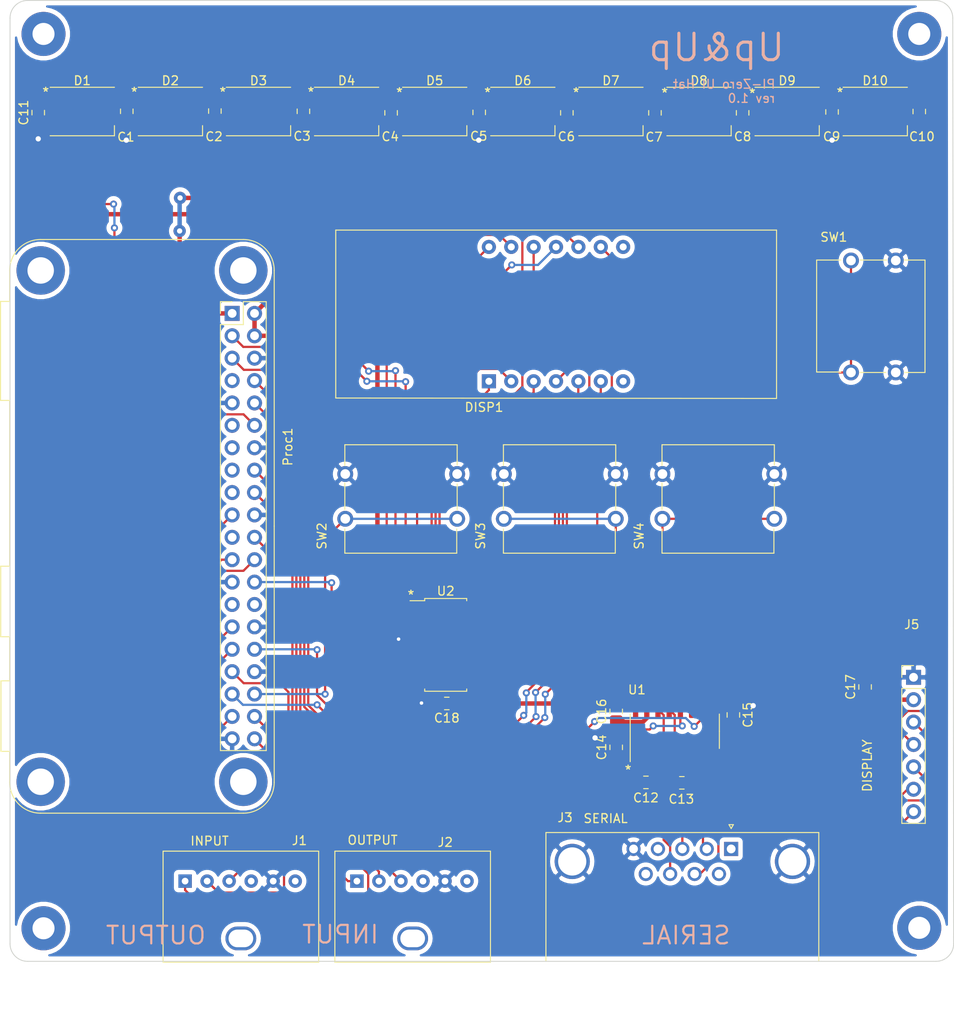
<source format=kicad_pcb>
(kicad_pcb (version 20171130) (host pcbnew "(5.1.5-0)")
  (layers (0 F.Cu signal) (31 B.Cu signal) (34 B.Paste user) (35 F.Paste user) (36 B.SilkS user) (37 F.SilkS user) (38 B.Mask user) (39 F.Mask user) (44 Edge.Cuts user))
  (net 0 "")
  (net 1 GND)
  (net 2 /+5)
  (net 3 "Net-(C12-Pad2)")
  (net 4 "Net-(C12-Pad1)")
  (net 5 "Net-(C13-Pad1)")
  (net 6 "Net-(C13-Pad2)")
  (net 7 "Net-(C14-Pad1)")
  (net 8 "Net-(C15-Pad2)")
  (net 9 /V3.3)
  (net 10 /LED1_SIG)
  (net 11 "Net-(D1-Pad2)")
  (net 12 "Net-(D2-Pad2)")
  (net 13 "Net-(D3-Pad2)")
  (net 14 "Net-(D4-Pad2)")
  (net 15 "Net-(D5-Pad2)")
  (net 16 "Net-(D6-Pad2)")
  (net 17 "Net-(D7-Pad2)")
  (net 18 "Net-(D8-Pad2)")
  (net 19 "Net-(D10-Pad4)")
  (net 20 "Net-(D10-Pad2)")
  (net 21 "Net-(J1-Pad6)")
  (net 22 "Net-(J1-Pad4)")
  (net 23 /DISP_OUT_SIG_3)
  (net 24 /DISP_OUT_SIG_2)
  (net 25 /DISP_OUT_SIG_1)
  (net 26 /DISP_IN_SIG_1)
  (net 27 /DISP_IN_SIG_2)
  (net 28 /DISP_IN_SIG_3)
  (net 29 "Net-(J2-Pad4)")
  (net 30 "Net-(J2-Pad6)")
  (net 31 "Net-(J3-Pad1)")
  (net 32 "Net-(J3-Pad4)")
  (net 33 "Net-(J3-Pad6)")
  (net 34 /RTS)
  (net 35 "Net-(J3-Pad9)")
  (net 36 /SCL)
  (net 37 /SDA)
  (net 38 /RST)
  (net 39 /DC)
  (net 40 /CE0)
  (net 41 /SW2)
  (net 42 /SW4)
  (net 43 /SW3)
  (net 44 "Net-(Proc1-Pad28)")
  (net 45 "Net-(Proc1-Pad27)")
  (net 46 /SW1)
  (net 47 "Net-(Proc1-Pad21)")
  (net 48 "Net-(Proc1-Pad17)")
  (net 49 "Net-(Proc1-Pad15)")
  (net 50 "Net-(Proc1-Pad13)")
  (net 51 "Net-(Proc1-Pad11)")
  (net 52 /232_converter/RX_DATA_IN)
  (net 53 /232_converter/TX_DATA_OUT)
  (net 54 "Net-(Proc1-Pad7)")
  (net 55 /232_converter/CTS_IN)
  (net 56 "Net-(DISP1-Pad1)")
  (net 57 "Net-(DISP1-Pad8)")
  (net 58 "Net-(DISP1-Pad2)")
  (net 59 "Net-(DISP1-Pad9)")
  (net 60 "Net-(DISP1-Pad3)")
  (net 61 "Net-(DISP1-Pad10)")
  (net 62 "Net-(DISP1-Pad4)")
  (net 63 "Net-(DISP1-Pad11)")
  (net 64 "Net-(DISP1-Pad5)")
  (net 65 "Net-(DISP1-Pad12)")
  (net 66 "Net-(DISP1-Pad6)")
  (net 67 "Net-(DISP1-Pad13)")
  (net 68 "Net-(DISP1-Pad7)")
  (net 69 "Net-(DISP1-Pad14)")
  (net 70 /LED_DISP/SCL)
  (net 71 /LED_DISP/SDA)
  (net 72 /232_TXD)
  (net 73 /232_RXD)
  (net 74 /232_CTS)
  (net 75 /232_RTS)
  (module SB3_COMM:SWA (layer F.Cu) (at 170.45 69.5)
    (fp_text reference SW1 (at -1.95 -2.65) (layer F.SilkS))
    (fp_text value SW_Push)
    (pad 2 thru_hole circle (at 5.08 12.7) (size 1.8 1.8) (drill 1.1) (layers *.Cu *.Mask) (net 1 GND))
    (pad 1 thru_hole circle (at 0 12.7) (size 1.8 1.8) (drill 1.1) (layers *.Cu *.Mask) (net 46 /SW1))
    (pad 2 thru_hole circle (at 5.08 0) (size 1.8 1.8) (drill 1.1) (layers *.Cu *.Mask) (net 1 GND))
    (pad 1 thru_hole circle (at 0 0) (size 1.8 1.8) (drill 1.1) (layers *.Cu *.Mask) (net 46 /SW1))
  )
  (module SB3_COMM:SWA (layer F.Cu) (at 113.05 98.8 90)
    (fp_text reference SW2 (at -1.95 -2.65 90) (layer F.SilkS))
    (fp_text value SW_Push)
    (pad 2 thru_hole circle (at 5.08 12.7 90) (size 1.8 1.8) (drill 1.1) (layers *.Cu *.Mask) (net 1 GND))
    (pad 1 thru_hole circle (at 0 12.7 90) (size 1.8 1.8) (drill 1.1) (layers *.Cu *.Mask) (net 41 /SW2))
    (pad 2 thru_hole circle (at 5.08 0 90) (size 1.8 1.8) (drill 1.1) (layers *.Cu *.Mask) (net 1 GND))
    (pad 1 thru_hole circle (at 0 0 90) (size 1.8 1.8) (drill 1.1) (layers *.Cu *.Mask) (net 41 /SW2))
  )
  (module SB3_COMM:SWA (layer F.Cu) (at 131.05 98.8 90)
    (fp_text reference SW3 (at -1.95 -2.65 90) (layer F.SilkS))
    (fp_text value SW_Push)
    (pad 2 thru_hole circle (at 5.08 12.7 90) (size 1.8 1.8) (drill 1.1) (layers *.Cu *.Mask) (net 1 GND))
    (pad 1 thru_hole circle (at 0 12.7 90) (size 1.8 1.8) (drill 1.1) (layers *.Cu *.Mask) (net 43 /SW3))
    (pad 2 thru_hole circle (at 5.08 0 90) (size 1.8 1.8) (drill 1.1) (layers *.Cu *.Mask) (net 1 GND))
    (pad 1 thru_hole circle (at 0 0 90) (size 1.8 1.8) (drill 1.1) (layers *.Cu *.Mask) (net 43 /SW3))
  )
  (module SB3_COMM:SWA (layer F.Cu) (at 149.05 98.8 90)
    (fp_text reference SW4 (at -1.95 -2.65 90) (layer F.SilkS))
    (fp_text value SW_Push)
    (pad 2 thru_hole circle (at 5.08 12.7 90) (size 1.8 1.8) (drill 1.1) (layers *.Cu *.Mask) (net 1 GND))
    (pad 1 thru_hole circle (at 0 12.7 90) (size 1.8 1.8) (drill 1.1) (layers *.Cu *.Mask) (net 42 /SW4))
    (pad 2 thru_hole circle (at 5.08 0 90) (size 1.8 1.8) (drill 1.1) (layers *.Cu *.Mask) (net 1 GND))
    (pad 1 thru_hole circle (at 0 0 90) (size 1.8 1.8) (drill 1.1) (layers *.Cu *.Mask) (net 42 /SW4))
  )
  (module pi-stuff:pi-zero (layer F.Cu) (at 102.75 75.5 270)
    (fp_text reference Proc1 (at 15.1384 -3.7846 90) (layer F.SilkS))
    (fp_text value pi-zero-w)
    (pad "" np_thru_hole circle (at 53.13 24.27 270) (size 5.5 5.5) (drill 3) (layers *.Cu *.Mask) (clearance 0.35))
    (pad "" np_thru_hole circle (at -4.87 24.27 270) (size 5.5 5.5) (drill 3) (layers *.Cu *.Mask) (clearance 0.35))
    (pad "" np_thru_hole circle (at 53.13 1.27 270) (size 5.5 5.5) (drill 3) (layers *.Cu *.Mask) (clearance 0.35))
    (pad "" np_thru_hole circle (at -4.87 1.27 270) (size 5.5 5.5) (drill 3) (layers *.Cu *.Mask) (clearance 0.35))
    (pad 1 thru_hole rect (at 0 2.54) (size 1.7 1.7) (drill 1) (layers *.Cu *.Mask) (net 9 /V3.3))
    (pad 2 thru_hole oval (at 0 0) (size 1.7 1.7) (drill 1) (layers *.Cu *.Mask) (net 2 /+5))
    (pad 3 thru_hole oval (at 2.54 2.54) (size 1.7 1.7) (drill 1) (layers *.Cu *.Mask) (net 71 /LED_DISP/SDA))
    (pad 4 thru_hole oval (at 2.54 0) (size 1.7 1.7) (drill 1) (layers *.Cu *.Mask) (net 2 /+5))
    (pad 5 thru_hole oval (at 5.08 2.54) (size 1.7 1.7) (drill 1) (layers *.Cu *.Mask) (net 70 /LED_DISP/SCL))
    (pad 6 thru_hole oval (at 5.08 0) (size 1.7 1.7) (drill 1) (layers *.Cu *.Mask) (net 1 GND))
    (pad 7 thru_hole oval (at 7.62 2.54) (size 1.7 1.7) (drill 1) (layers *.Cu *.Mask) (net 54 "Net-(Proc1-Pad7)"))
    (pad 8 thru_hole oval (at 7.62 0) (size 1.7 1.7) (drill 1) (layers *.Cu *.Mask) (net 53 /232_converter/TX_DATA_OUT))
    (pad 9 thru_hole oval (at 10.16 2.54) (size 1.7 1.7) (drill 1) (layers *.Cu *.Mask) (net 1 GND))
    (pad 10 thru_hole oval (at 10.16 0) (size 1.7 1.7) (drill 1) (layers *.Cu *.Mask) (net 52 /232_converter/RX_DATA_IN))
    (pad 11 thru_hole oval (at 12.7 2.54) (size 1.7 1.7) (drill 1) (layers *.Cu *.Mask) (net 51 "Net-(Proc1-Pad11)"))
    (pad 12 thru_hole oval (at 12.7 0) (size 1.7 1.7) (drill 1) (layers *.Cu *.Mask) (net 10 /LED1_SIG))
    (pad 13 thru_hole oval (at 15.24 2.54) (size 1.7 1.7) (drill 1) (layers *.Cu *.Mask) (net 50 "Net-(Proc1-Pad13)"))
    (pad 14 thru_hole oval (at 15.24 0) (size 1.7 1.7) (drill 1) (layers *.Cu *.Mask) (net 1 GND))
    (pad 15 thru_hole oval (at 17.78 2.54) (size 1.7 1.7) (drill 1) (layers *.Cu *.Mask) (net 49 "Net-(Proc1-Pad15)"))
    (pad 16 thru_hole oval (at 17.78 0) (size 1.7 1.7) (drill 1) (layers *.Cu *.Mask) (net 28 /DISP_IN_SIG_3))
    (pad 17 thru_hole oval (at 20.32 2.54) (size 1.7 1.7) (drill 1) (layers *.Cu *.Mask) (net 48 "Net-(Proc1-Pad17)"))
    (pad 18 thru_hole oval (at 20.32 0) (size 1.7 1.7) (drill 1) (layers *.Cu *.Mask) (net 27 /DISP_IN_SIG_2))
    (pad 19 thru_hole oval (at 22.86 2.54) (size 1.7 1.7) (drill 1) (layers *.Cu *.Mask) (net 37 /SDA))
    (pad 20 thru_hole oval (at 22.86 0) (size 1.7 1.7) (drill 1) (layers *.Cu *.Mask) (net 1 GND))
    (pad 21 thru_hole oval (at 25.4 2.54) (size 1.7 1.7) (drill 1) (layers *.Cu *.Mask) (net 47 "Net-(Proc1-Pad21)"))
    (pad 22 thru_hole oval (at 25.4 0) (size 1.7 1.7) (drill 1) (layers *.Cu *.Mask) (net 25 /DISP_OUT_SIG_1))
    (pad 23 thru_hole oval (at 27.94 2.54) (size 1.7 1.7) (drill 1) (layers *.Cu *.Mask) (net 36 /SCL))
    (pad 24 thru_hole oval (at 27.94 0) (size 1.7 1.7) (drill 1) (layers *.Cu *.Mask) (net 40 /CE0))
    (pad 25 thru_hole oval (at 30.48 2.54) (size 1.7 1.7) (drill 1) (layers *.Cu *.Mask) (net 1 GND))
    (pad 26 thru_hole oval (at 30.48 0) (size 1.7 1.7) (drill 1) (layers *.Cu *.Mask) (net 46 /SW1))
    (pad 27 thru_hole oval (at 33.02 2.54) (size 1.7 1.7) (drill 1) (layers *.Cu *.Mask) (net 45 "Net-(Proc1-Pad27)"))
    (pad 28 thru_hole oval (at 33.02 0) (size 1.7 1.7) (drill 1) (layers *.Cu *.Mask) (net 44 "Net-(Proc1-Pad28)"))
    (pad 29 thru_hole oval (at 35.56 2.54) (size 1.7 1.7) (drill 1) (layers *.Cu *.Mask) (net 38 /RST))
    (pad 30 thru_hole oval (at 35.56 0) (size 1.7 1.7) (drill 1) (layers *.Cu *.Mask) (net 1 GND))
    (pad 31 thru_hole oval (at 38.1 2.54) (size 1.7 1.7) (drill 1) (layers *.Cu *.Mask) (net 39 /DC))
    (pad 32 thru_hole oval (at 38.1 0) (size 1.7 1.7) (drill 1) (layers *.Cu *.Mask) (net 43 /SW3))
    (pad 33 thru_hole oval (at 40.64 2.54) (size 1.7 1.7) (drill 1) (layers *.Cu *.Mask) (net 26 /DISP_IN_SIG_1))
    (pad 34 thru_hole oval (at 40.64 0) (size 1.7 1.7) (drill 1) (layers *.Cu *.Mask) (net 1 GND))
    (pad 35 thru_hole oval (at 43.18 2.54) (size 1.7 1.7) (drill 1) (layers *.Cu *.Mask) (net 42 /SW4))
    (pad 36 thru_hole oval (at 43.18 0) (size 1.7 1.7) (drill 1) (layers *.Cu *.Mask) (net 41 /SW2))
    (pad 37 thru_hole oval (at 45.72 2.54) (size 1.7 1.7) (drill 1) (layers *.Cu *.Mask) (net 34 /RTS))
    (pad 38 thru_hole oval (at 45.72 0) (size 1.7 1.7) (drill 1) (layers *.Cu *.Mask) (net 24 /DISP_OUT_SIG_2))
    (pad 39 thru_hole oval (at 48.26 2.54) (size 1.7 1.7) (drill 1) (layers *.Cu *.Mask) (net 1 GND))
    (pad 40 thru_hole oval (at 48.26 0) (size 1.7 1.7) (drill 1) (layers *.Cu *.Mask) (net 23 /DISP_OUT_SIG_3))
  )
  (module Capacitor_SMD:C_0805_2012Metric_Pad1.15x1.40mm_HandSolder (layer F.Cu) (at 88.25 52.575 90)
    (fp_text reference C1 (at -2.925 -0.1 180) (layer F.SilkS))
    (fp_text value 0.1uF)
    (pad 1 smd roundrect (at -1.025 0 90) (size 1.15 1.4) (layers F.Cu F.Paste F.Mask) (roundrect_rratio 0.217391) (net 1 GND))
    (pad 2 smd roundrect (at 1.025 0 90) (size 1.15 1.4) (layers F.Cu F.Paste F.Mask) (roundrect_rratio 0.217391) (net 2 /+5))
  )
  (module Capacitor_SMD:C_0805_2012Metric_Pad1.15x1.40mm_HandSolder (layer F.Cu) (at 98.25 52.55 90)
    (fp_text reference C2 (at -2.9 -0.1 180) (layer F.SilkS))
    (fp_text value 0.1uF)
    (pad 1 smd roundrect (at -1.025 0 90) (size 1.15 1.4) (layers F.Cu F.Paste F.Mask) (roundrect_rratio 0.217391) (net 1 GND))
    (pad 2 smd roundrect (at 1.025 0 90) (size 1.15 1.4) (layers F.Cu F.Paste F.Mask) (roundrect_rratio 0.217391) (net 2 /+5))
  )
  (module Capacitor_SMD:C_0805_2012Metric_Pad1.15x1.40mm_HandSolder (layer F.Cu) (at 108.3 52.575 90)
    (fp_text reference C3 (at -2.825 -0.15 180) (layer F.SilkS))
    (fp_text value 0.1uF)
    (pad 2 smd roundrect (at 1.025 0 90) (size 1.15 1.4) (layers F.Cu F.Paste F.Mask) (roundrect_rratio 0.217391) (net 2 /+5))
    (pad 1 smd roundrect (at -1.025 0 90) (size 1.15 1.4) (layers F.Cu F.Paste F.Mask) (roundrect_rratio 0.217391) (net 1 GND))
  )
  (module Capacitor_SMD:C_0805_2012Metric_Pad1.15x1.40mm_HandSolder (layer F.Cu) (at 118.25 52.75 90)
    (fp_text reference C4 (at -2.7 -0.1 180) (layer F.SilkS))
    (fp_text value 0.1uF)
    (pad 2 smd roundrect (at 1.025 0 90) (size 1.15 1.4) (layers F.Cu F.Paste F.Mask) (roundrect_rratio 0.217391) (net 2 /+5))
    (pad 1 smd roundrect (at -1.025 0 90) (size 1.15 1.4) (layers F.Cu F.Paste F.Mask) (roundrect_rratio 0.217391) (net 1 GND))
  )
  (module Capacitor_SMD:C_0805_2012Metric_Pad1.15x1.40mm_HandSolder (layer F.Cu) (at 128.25 52.7 90)
    (fp_text reference C5 (at -2.7 -0.05 180) (layer F.SilkS))
    (fp_text value 0.1uF)
    (pad 1 smd roundrect (at -1.025 0 90) (size 1.15 1.4) (layers F.Cu F.Paste F.Mask) (roundrect_rratio 0.217391) (net 1 GND))
    (pad 2 smd roundrect (at 1.025 0 90) (size 1.15 1.4) (layers F.Cu F.Paste F.Mask) (roundrect_rratio 0.217391) (net 2 /+5))
  )
  (module Capacitor_SMD:C_0805_2012Metric_Pad1.15x1.40mm_HandSolder (layer F.Cu) (at 138.2 52.75 90)
    (fp_text reference C6 (at -2.7 -0.05 180) (layer F.SilkS))
    (fp_text value 0.1uF)
    (pad 2 smd roundrect (at 1.025 0 90) (size 1.15 1.4) (layers F.Cu F.Paste F.Mask) (roundrect_rratio 0.217391) (net 2 /+5))
    (pad 1 smd roundrect (at -1.025 0 90) (size 1.15 1.4) (layers F.Cu F.Paste F.Mask) (roundrect_rratio 0.217391) (net 1 GND))
  )
  (module Capacitor_SMD:C_0805_2012Metric_Pad1.15x1.40mm_HandSolder (layer F.Cu) (at 148.2 52.75 90)
    (fp_text reference C7 (at -2.75 -0.1 180) (layer F.SilkS))
    (fp_text value 0.1uF)
    (pad 1 smd roundrect (at -1.025 0 90) (size 1.15 1.4) (layers F.Cu F.Paste F.Mask) (roundrect_rratio 0.217391) (net 1 GND))
    (pad 2 smd roundrect (at 1.025 0 90) (size 1.15 1.4) (layers F.Cu F.Paste F.Mask) (roundrect_rratio 0.217391) (net 2 /+5))
  )
  (module Capacitor_SMD:C_0805_2012Metric_Pad1.15x1.40mm_HandSolder (layer F.Cu) (at 158.15 52.75 90)
    (fp_text reference C8 (at -2.7 0 180) (layer F.SilkS))
    (fp_text value 0.1uF)
    (pad 2 smd roundrect (at 1.025 0 90) (size 1.15 1.4) (layers F.Cu F.Paste F.Mask) (roundrect_rratio 0.217391) (net 2 /+5))
    (pad 1 smd roundrect (at -1.025 0 90) (size 1.15 1.4) (layers F.Cu F.Paste F.Mask) (roundrect_rratio 0.217391) (net 1 GND))
  )
  (module Capacitor_SMD:C_0805_2012Metric_Pad1.15x1.40mm_HandSolder (layer F.Cu) (at 168.3 52.65 90)
    (fp_text reference C9 (at -2.8 -0.05 180) (layer F.SilkS))
    (fp_text value 0.1uF)
    (pad 1 smd roundrect (at -1.025 0 90) (size 1.15 1.4) (layers F.Cu F.Paste F.Mask) (roundrect_rratio 0.217391) (net 1 GND))
    (pad 2 smd roundrect (at 1.025 0 90) (size 1.15 1.4) (layers F.Cu F.Paste F.Mask) (roundrect_rratio 0.217391) (net 2 /+5))
  )
  (module Capacitor_SMD:C_0805_2012Metric_Pad1.15x1.40mm_HandSolder (layer F.Cu) (at 178.2 52.6 90)
    (fp_text reference C10 (at -2.85 0.3 180) (layer F.SilkS))
    (fp_text value 0.1uF)
    (pad 2 smd roundrect (at 1.025 0 90) (size 1.15 1.4) (layers F.Cu F.Paste F.Mask) (roundrect_rratio 0.217391) (net 2 /+5))
    (pad 1 smd roundrect (at -1.025 0 90) (size 1.15 1.4) (layers F.Cu F.Paste F.Mask) (roundrect_rratio 0.217391) (net 1 GND))
  )
  (module Capacitor_SMD:C_0805_2012Metric_Pad1.15x1.40mm_HandSolder (layer F.Cu) (at 78.2 52.725 90)
    (fp_text reference C11 (at 0 -1.65 90) (layer F.SilkS))
    (fp_text value 0.1uF)
    (pad 1 smd roundrect (at -1.025 0 90) (size 1.15 1.4) (layers F.Cu F.Paste F.Mask) (roundrect_rratio 0.217391) (net 1 GND))
    (pad 2 smd roundrect (at 1.025 0 90) (size 1.15 1.4) (layers F.Cu F.Paste F.Mask) (roundrect_rratio 0.217391) (net 2 /+5))
  )
  (module Capacitor_SMD:C_0805_2012Metric_Pad1.15x1.40mm_HandSolder (layer F.Cu) (at 147.175 128.7)
    (fp_text reference C12 (at 0 1.75) (layer F.SilkS))
    (fp_text value 1.0uf)
    (pad 2 smd roundrect (at 1.025 0) (size 1.15 1.4) (layers F.Cu F.Paste F.Mask) (roundrect_rratio 0.217391) (net 3 "Net-(C12-Pad2)"))
    (pad 1 smd roundrect (at -1.025 0) (size 1.15 1.4) (layers F.Cu F.Paste F.Mask) (roundrect_rratio 0.217391) (net 4 "Net-(C12-Pad1)"))
  )
  (module Capacitor_SMD:C_0805_2012Metric_Pad1.15x1.40mm_HandSolder (layer F.Cu) (at 151.25 128.75)
    (fp_text reference C13 (at -0.05 1.85) (layer F.SilkS))
    (fp_text value 1.0uf)
    (pad 1 smd roundrect (at -1.025 0) (size 1.15 1.4) (layers F.Cu F.Paste F.Mask) (roundrect_rratio 0.217391) (net 5 "Net-(C13-Pad1)"))
    (pad 2 smd roundrect (at 1.025 0) (size 1.15 1.4) (layers F.Cu F.Paste F.Mask) (roundrect_rratio 0.217391) (net 6 "Net-(C13-Pad2)"))
  )
  (module Capacitor_SMD:C_0805_2012Metric_Pad1.15x1.40mm_HandSolder (layer F.Cu) (at 143.8 124.725 90)
    (fp_text reference C14 (at 0 -1.65 90) (layer F.SilkS))
    (fp_text value 1.0uf)
    (pad 2 smd roundrect (at 1.025 0 90) (size 1.15 1.4) (layers F.Cu F.Paste F.Mask) (roundrect_rratio 0.217391) (net 1 GND))
    (pad 1 smd roundrect (at -1.025 0 90) (size 1.15 1.4) (layers F.Cu F.Paste F.Mask) (roundrect_rratio 0.217391) (net 7 "Net-(C14-Pad1)"))
  )
  (module Capacitor_SMD:C_0805_2012Metric_Pad1.15x1.40mm_HandSolder (layer F.Cu) (at 157.1 121.05 270)
    (fp_text reference C15 (at 0 -1.65 90) (layer F.SilkS))
    (fp_text value 1.0uf)
    (pad 1 smd roundrect (at -1.025 0 270) (size 1.15 1.4) (layers F.Cu F.Paste F.Mask) (roundrect_rratio 0.217391) (net 1 GND))
    (pad 2 smd roundrect (at 1.025 0 270) (size 1.15 1.4) (layers F.Cu F.Paste F.Mask) (roundrect_rratio 0.217391) (net 8 "Net-(C15-Pad2)"))
  )
  (module Capacitor_SMD:C_0805_2012Metric_Pad1.15x1.40mm_HandSolder (layer F.Cu) (at 143.8 120.65 90)
    (fp_text reference C16 (at 0 -1.65 90) (layer F.SilkS))
    (fp_text value 1.0uf)
    (pad 2 smd roundrect (at 1.025 0 90) (size 1.15 1.4) (layers F.Cu F.Paste F.Mask) (roundrect_rratio 0.217391) (net 2 /+5))
    (pad 1 smd roundrect (at -1.025 0 90) (size 1.15 1.4) (layers F.Cu F.Paste F.Mask) (roundrect_rratio 0.217391) (net 1 GND))
  )
  (module Capacitor_SMD:C_0805_2012Metric_Pad1.15x1.40mm_HandSolder (layer F.Cu) (at 172.05 117.875 90)
    (fp_text reference C17 (at 0 -1.65 90) (layer F.SilkS))
    (fp_text value 0.1uF)
    (pad 1 smd roundrect (at -1.025 0 90) (size 1.15 1.4) (layers F.Cu F.Paste F.Mask) (roundrect_rratio 0.217391) (net 9 /V3.3))
    (pad 2 smd roundrect (at 1.025 0 90) (size 1.15 1.4) (layers F.Cu F.Paste F.Mask) (roundrect_rratio 0.217391) (net 1 GND))
  )
  (module LED_SMD:LED_WS2812B_PLCC4_5.0x5.0mm_P3.2mm (layer F.Cu) (at 83.2 52.6)
    (fp_text reference D1 (at 0 -3.5) (layer F.SilkS))
    (fp_text value WS2812B)
    (fp_text user * (at -4.15 -2.2) (layer F.SilkS))
    (pad 3 smd rect (at 2.45 1.6) (size 1.5 1) (layers F.Cu F.Paste F.Mask) (net 1 GND))
    (pad 4 smd rect (at 2.45 -1.6) (size 1.5 1) (layers F.Cu F.Paste F.Mask) (net 10 /LED1_SIG))
    (pad 2 smd rect (at -2.45 1.6) (size 1.5 1) (layers F.Cu F.Paste F.Mask) (net 11 "Net-(D1-Pad2)"))
    (pad 1 smd rect (at -2.45 -1.6) (size 1.5 1) (layers F.Cu F.Paste F.Mask) (net 2 /+5))
  )
  (module LED_SMD:LED_WS2812B_PLCC4_5.0x5.0mm_P3.2mm (layer F.Cu) (at 93.2 52.6)
    (fp_text reference D2 (at 0 -3.5) (layer F.SilkS))
    (fp_text value WS2812B)
    (fp_text user * (at -4.1 -2.2) (layer F.SilkS))
    (pad 1 smd rect (at -2.45 -1.6) (size 1.5 1) (layers F.Cu F.Paste F.Mask) (net 2 /+5))
    (pad 2 smd rect (at -2.45 1.6) (size 1.5 1) (layers F.Cu F.Paste F.Mask) (net 12 "Net-(D2-Pad2)"))
    (pad 4 smd rect (at 2.45 -1.6) (size 1.5 1) (layers F.Cu F.Paste F.Mask) (net 11 "Net-(D1-Pad2)"))
    (pad 3 smd rect (at 2.45 1.6) (size 1.5 1) (layers F.Cu F.Paste F.Mask) (net 1 GND))
  )
  (module LED_SMD:LED_WS2812B_PLCC4_5.0x5.0mm_P3.2mm (layer F.Cu) (at 103.2 52.6)
    (fp_text reference D3 (at 0 -3.5) (layer F.SilkS))
    (fp_text value WS2812B)
    (fp_text user * (at -4.05 -2.2) (layer F.SilkS))
    (pad 3 smd rect (at 2.45 1.6) (size 1.5 1) (layers F.Cu F.Paste F.Mask) (net 1 GND))
    (pad 4 smd rect (at 2.45 -1.6) (size 1.5 1) (layers F.Cu F.Paste F.Mask) (net 12 "Net-(D2-Pad2)"))
    (pad 2 smd rect (at -2.45 1.6) (size 1.5 1) (layers F.Cu F.Paste F.Mask) (net 13 "Net-(D3-Pad2)"))
    (pad 1 smd rect (at -2.45 -1.6) (size 1.5 1) (layers F.Cu F.Paste F.Mask) (net 2 /+5))
  )
  (module LED_SMD:LED_WS2812B_PLCC4_5.0x5.0mm_P3.2mm (layer F.Cu) (at 113.2 52.6)
    (fp_text reference D4 (at 0 -3.5) (layer F.SilkS))
    (fp_text value WS2812B)
    (fp_text user * (at -4.05 -2.2) (layer F.SilkS))
    (pad 1 smd rect (at -2.45 -1.6) (size 1.5 1) (layers F.Cu F.Paste F.Mask) (net 2 /+5))
    (pad 2 smd rect (at -2.45 1.6) (size 1.5 1) (layers F.Cu F.Paste F.Mask) (net 14 "Net-(D4-Pad2)"))
    (pad 4 smd rect (at 2.45 -1.6) (size 1.5 1) (layers F.Cu F.Paste F.Mask) (net 13 "Net-(D3-Pad2)"))
    (pad 3 smd rect (at 2.45 1.6) (size 1.5 1) (layers F.Cu F.Paste F.Mask) (net 1 GND))
  )
  (module LED_SMD:LED_WS2812B_PLCC4_5.0x5.0mm_P3.2mm (layer F.Cu) (at 123.2 52.6)
    (fp_text reference D5 (at 0 -3.5) (layer F.SilkS))
    (fp_text value WS2812B)
    (fp_text user * (at -4 -2.15) (layer F.SilkS))
    (pad 3 smd rect (at 2.45 1.6) (size 1.5 1) (layers F.Cu F.Paste F.Mask) (net 1 GND))
    (pad 4 smd rect (at 2.45 -1.6) (size 1.5 1) (layers F.Cu F.Paste F.Mask) (net 14 "Net-(D4-Pad2)"))
    (pad 2 smd rect (at -2.45 1.6) (size 1.5 1) (layers F.Cu F.Paste F.Mask) (net 15 "Net-(D5-Pad2)"))
    (pad 1 smd rect (at -2.45 -1.6) (size 1.5 1) (layers F.Cu F.Paste F.Mask) (net 2 /+5))
  )
  (module LED_SMD:LED_WS2812B_PLCC4_5.0x5.0mm_P3.2mm (layer F.Cu) (at 133.2 52.6)
    (fp_text reference D6 (at 0 -3.5) (layer F.SilkS))
    (fp_text value WS2812B)
    (fp_text user * (at -4 -2.15) (layer F.SilkS))
    (pad 1 smd rect (at -2.45 -1.6) (size 1.5 1) (layers F.Cu F.Paste F.Mask) (net 2 /+5))
    (pad 2 smd rect (at -2.45 1.6) (size 1.5 1) (layers F.Cu F.Paste F.Mask) (net 16 "Net-(D6-Pad2)"))
    (pad 4 smd rect (at 2.45 -1.6) (size 1.5 1) (layers F.Cu F.Paste F.Mask) (net 15 "Net-(D5-Pad2)"))
    (pad 3 smd rect (at 2.45 1.6) (size 1.5 1) (layers F.Cu F.Paste F.Mask) (net 1 GND))
  )
  (module LED_SMD:LED_WS2812B_PLCC4_5.0x5.0mm_P3.2mm (layer F.Cu) (at 143.2 52.6)
    (fp_text reference D7 (at 0 -3.5) (layer F.SilkS))
    (fp_text value WS2812B)
    (fp_text user * (at -3.95 -2.15) (layer F.SilkS))
    (pad 3 smd rect (at 2.45 1.6) (size 1.5 1) (layers F.Cu F.Paste F.Mask) (net 1 GND))
    (pad 4 smd rect (at 2.45 -1.6) (size 1.5 1) (layers F.Cu F.Paste F.Mask) (net 16 "Net-(D6-Pad2)"))
    (pad 2 smd rect (at -2.45 1.6) (size 1.5 1) (layers F.Cu F.Paste F.Mask) (net 17 "Net-(D7-Pad2)"))
    (pad 1 smd rect (at -2.45 -1.6) (size 1.5 1) (layers F.Cu F.Paste F.Mask) (net 2 /+5))
  )
  (module LED_SMD:LED_WS2812B_PLCC4_5.0x5.0mm_P3.2mm (layer F.Cu) (at 153.2 52.6)
    (fp_text reference D8 (at 0 -3.5) (layer F.SilkS))
    (fp_text value WS2812B)
    (fp_text user * (at -3.9 -2.1) (layer F.SilkS))
    (pad 1 smd rect (at -2.45 -1.6) (size 1.5 1) (layers F.Cu F.Paste F.Mask) (net 2 /+5))
    (pad 2 smd rect (at -2.45 1.6) (size 1.5 1) (layers F.Cu F.Paste F.Mask) (net 18 "Net-(D8-Pad2)"))
    (pad 4 smd rect (at 2.45 -1.6) (size 1.5 1) (layers F.Cu F.Paste F.Mask) (net 17 "Net-(D7-Pad2)"))
    (pad 3 smd rect (at 2.45 1.6) (size 1.5 1) (layers F.Cu F.Paste F.Mask) (net 1 GND))
  )
  (module LED_SMD:LED_WS2812B_PLCC4_5.0x5.0mm_P3.2mm (layer F.Cu) (at 163.2 52.6)
    (fp_text reference D9 (at 0 -3.5) (layer F.SilkS))
    (fp_text value WS2812B)
    (fp_text user * (at -3.95 -2.05) (layer F.SilkS))
    (pad 3 smd rect (at 2.45 1.6) (size 1.5 1) (layers F.Cu F.Paste F.Mask) (net 1 GND))
    (pad 4 smd rect (at 2.45 -1.6) (size 1.5 1) (layers F.Cu F.Paste F.Mask) (net 18 "Net-(D8-Pad2)"))
    (pad 2 smd rect (at -2.45 1.6) (size 1.5 1) (layers F.Cu F.Paste F.Mask) (net 19 "Net-(D10-Pad4)"))
    (pad 1 smd rect (at -2.45 -1.6) (size 1.5 1) (layers F.Cu F.Paste F.Mask) (net 2 /+5))
  )
  (module LED_SMD:LED_WS2812B_PLCC4_5.0x5.0mm_P3.2mm (layer F.Cu) (at 173.2 52.6)
    (fp_text reference D10 (at 0 -3.5) (layer F.SilkS))
    (fp_text value WS2812B)
    (fp_text user * (at -4 -2.15) (layer F.SilkS))
    (pad 1 smd rect (at -2.45 -1.6) (size 1.5 1) (layers F.Cu F.Paste F.Mask) (net 2 /+5))
    (pad 2 smd rect (at -2.45 1.6) (size 1.5 1) (layers F.Cu F.Paste F.Mask) (net 20 "Net-(D10-Pad2)"))
    (pad 4 smd rect (at 2.45 -1.6) (size 1.5 1) (layers F.Cu F.Paste F.Mask) (net 19 "Net-(D10-Pad4)"))
    (pad 3 smd rect (at 2.45 1.6) (size 1.5 1) (layers F.Cu F.Paste F.Mask) (net 1 GND))
  )
  (module SB3_COMM:JST-S06B-XASK-1 (layer F.Cu) (at 117.45 139.9 180)
    (fp_text reference J1 (at 9.6 4.6) (layer F.SilkS))
    (fp_text value Conn_01x12)
    (pad 6 thru_hole circle (at 10.08 0 180) (size 1.524 1.524) (drill 0.762) (layers *.Cu *.Mask) (net 21 "Net-(J1-Pad6)"))
    (pad 5 thru_hole circle (at 12.58 0 180) (size 1.524 1.524) (drill 0.762) (layers *.Cu *.Mask) (net 1 GND))
    (pad 4 thru_hole circle (at 15.08 0 180) (size 1.524 1.524) (drill 0.762) (layers *.Cu *.Mask) (net 22 "Net-(J1-Pad4)"))
    (pad 3 thru_hole circle (at 17.58 0 180) (size 1.524 1.524) (drill 0.762) (layers *.Cu *.Mask) (net 23 /DISP_OUT_SIG_3))
    (pad 2 thru_hole circle (at 20.08 0 180) (size 1.524 1.524) (drill 0.762) (layers *.Cu *.Mask) (net 24 /DISP_OUT_SIG_2))
    (pad 1 thru_hole rect (at 22.58 0 180) (size 1.524 1.524) (drill 0.762) (layers *.Cu *.Mask) (net 25 /DISP_OUT_SIG_1))
    (pad "" thru_hole oval (at 16.25 -6.5 180) (size 3.5 2.7) (drill oval 2.8 2) (layers *.Cu *.Mask))
  )
  (module SB3_COMM:JST-S06B-XASK-1 (layer F.Cu) (at 136.95 139.9 180)
    (fp_text reference J2 (at 12.55 4.4) (layer F.SilkS))
    (fp_text value Conn_01x12)
    (pad "" thru_hole oval (at 16.25 -6.5 180) (size 3.5 2.7) (drill oval 2.8 2) (layers *.Cu *.Mask))
    (pad 1 thru_hole rect (at 22.58 0 180) (size 1.524 1.524) (drill 0.762) (layers *.Cu *.Mask) (net 26 /DISP_IN_SIG_1))
    (pad 2 thru_hole circle (at 20.08 0 180) (size 1.524 1.524) (drill 0.762) (layers *.Cu *.Mask) (net 27 /DISP_IN_SIG_2))
    (pad 3 thru_hole circle (at 17.58 0 180) (size 1.524 1.524) (drill 0.762) (layers *.Cu *.Mask) (net 28 /DISP_IN_SIG_3))
    (pad 4 thru_hole circle (at 15.08 0 180) (size 1.524 1.524) (drill 0.762) (layers *.Cu *.Mask) (net 29 "Net-(J2-Pad4)"))
    (pad 5 thru_hole circle (at 12.58 0 180) (size 1.524 1.524) (drill 0.762) (layers *.Cu *.Mask) (net 1 GND))
    (pad 6 thru_hole circle (at 10.08 0 180) (size 1.524 1.524) (drill 0.762) (layers *.Cu *.Mask) (net 30 "Net-(J2-Pad6)"))
  )
  (module Connector_Dsub:DSUB-9_Female_Horizontal_P2.77x2.84mm_EdgePinOffset9.90mm_Housed_MountingHolesOffset11.32mm (layer F.Cu) (at 156.85 136.25)
    (fp_text reference J3 (at -18.85 -3.55) (layer F.SilkS))
    (fp_text value DB9_Female_MountingHoles)
    (pad 1 thru_hole rect (at 0 0) (size 1.6 1.6) (drill 1) (layers *.Cu *.Mask) (net 31 "Net-(J3-Pad1)"))
    (pad 2 thru_hole circle (at -2.77 0) (size 1.6 1.6) (drill 1) (layers *.Cu *.Mask) (net 72 /232_TXD))
    (pad 3 thru_hole circle (at -5.54 0) (size 1.6 1.6) (drill 1) (layers *.Cu *.Mask) (net 73 /232_RXD))
    (pad 4 thru_hole circle (at -8.31 0) (size 1.6 1.6) (drill 1) (layers *.Cu *.Mask) (net 32 "Net-(J3-Pad4)"))
    (pad 5 thru_hole circle (at -11.08 0) (size 1.6 1.6) (drill 1) (layers *.Cu *.Mask) (net 1 GND))
    (pad 6 thru_hole circle (at -1.385 2.84) (size 1.6 1.6) (drill 1) (layers *.Cu *.Mask) (net 33 "Net-(J3-Pad6)"))
    (pad 7 thru_hole circle (at -4.155 2.84) (size 1.6 1.6) (drill 1) (layers *.Cu *.Mask) (net 74 /232_CTS))
    (pad 8 thru_hole circle (at -6.925 2.84) (size 1.6 1.6) (drill 1) (layers *.Cu *.Mask) (net 75 /232_RTS))
    (pad 9 thru_hole circle (at -9.695 2.84) (size 1.6 1.6) (drill 1) (layers *.Cu *.Mask) (net 35 "Net-(J3-Pad9)"))
    (pad 0 thru_hole circle (at -18.04 1.42) (size 4 4) (drill 3.2) (layers *.Cu *.Mask) (net 1 GND))
    (pad 0 thru_hole circle (at 6.96 1.42) (size 4 4) (drill 3.2) (layers *.Cu *.Mask) (net 1 GND))
  )
  (module Connector_PinHeader_2.54mm:PinHeader_1x07_P2.54mm_Vertical (layer F.Cu) (at 177.55 116.78)
    (fp_text reference J5 (at -0.2 -5.98) (layer F.SilkS))
    (fp_text value SPI_Disp)
    (pad 1 thru_hole rect (at 0 0) (size 1.7 1.7) (drill 1) (layers *.Cu *.Mask) (net 1 GND))
    (pad 2 thru_hole oval (at 0 2.54) (size 1.7 1.7) (drill 1) (layers *.Cu *.Mask) (net 9 /V3.3))
    (pad 3 thru_hole oval (at 0 5.08) (size 1.7 1.7) (drill 1) (layers *.Cu *.Mask) (net 36 /SCL))
    (pad 4 thru_hole oval (at 0 7.62) (size 1.7 1.7) (drill 1) (layers *.Cu *.Mask) (net 37 /SDA))
    (pad 5 thru_hole oval (at 0 10.16) (size 1.7 1.7) (drill 1) (layers *.Cu *.Mask) (net 38 /RST))
    (pad 6 thru_hole oval (at 0 12.7) (size 1.7 1.7) (drill 1) (layers *.Cu *.Mask) (net 39 /DC))
    (pad 7 thru_hole oval (at 0 15.24) (size 1.7 1.7) (drill 1) (layers *.Cu *.Mask) (net 40 /CE0))
  )
  (module Package_SO:SOIC-16_3.9x9.9mm_P1.27mm (layer F.Cu) (at 150.45 122.9 90)
    (fp_text reference U1 (at 4.7 -4.3 180) (layer F.SilkS))
    (fp_text value ST232CDR)
    (pad 1 smd roundrect (at -2.475 -4.445 90) (size 1.95 0.6) (layers F.Cu F.Paste F.Mask) (net 4 "Net-(C12-Pad1)"))
    (pad 2 smd roundrect (at -2.475 -3.175 90) (size 1.95 0.6) (layers F.Cu F.Paste F.Mask) (net 7 "Net-(C14-Pad1)"))
    (pad 3 smd roundrect (at -2.475 -1.905 90) (size 1.95 0.6) (layers F.Cu F.Paste F.Mask) (net 3 "Net-(C12-Pad2)"))
    (pad 4 smd roundrect (at -2.475 -0.635 90) (size 1.95 0.6) (layers F.Cu F.Paste F.Mask) (net 5 "Net-(C13-Pad1)"))
    (pad 5 smd roundrect (at -2.475 0.635 90) (size 1.95 0.6) (layers F.Cu F.Paste F.Mask) (net 6 "Net-(C13-Pad2)"))
    (pad 6 smd roundrect (at -2.475 1.905 90) (size 1.95 0.6) (layers F.Cu F.Paste F.Mask) (net 8 "Net-(C15-Pad2)"))
    (pad 7 smd roundrect (at -2.475 3.175 90) (size 1.95 0.6) (layers F.Cu F.Paste F.Mask) (net 72 /232_TXD))
    (pad 8 smd roundrect (at -2.475 4.445 90) (size 1.95 0.6) (layers F.Cu F.Paste F.Mask) (net 74 /232_CTS))
    (pad 9 smd roundrect (at 2.475 4.445 90) (size 1.95 0.6) (layers F.Cu F.Paste F.Mask) (net 55 /232_converter/CTS_IN))
    (pad 10 smd roundrect (at 2.475 3.175 90) (size 1.95 0.6) (layers F.Cu F.Paste F.Mask) (net 53 /232_converter/TX_DATA_OUT))
    (pad 11 smd roundrect (at 2.475 1.905 90) (size 1.95 0.6) (layers F.Cu F.Paste F.Mask) (net 34 /RTS))
    (pad 12 smd roundrect (at 2.475 0.635 90) (size 1.95 0.6) (layers F.Cu F.Paste F.Mask) (net 52 /232_converter/RX_DATA_IN))
    (pad 13 smd roundrect (at 2.475 -0.635 90) (size 1.95 0.6) (layers F.Cu F.Paste F.Mask) (net 73 /232_RXD))
    (pad 14 smd roundrect (at 2.475 -1.905 90) (size 1.95 0.6) (layers F.Cu F.Paste F.Mask) (net 75 /232_RTS))
    (pad 15 smd roundrect (at 2.475 -3.175 90) (size 1.95 0.6) (layers F.Cu F.Paste F.Mask) (net 1 GND))
    (pad 16 smd roundrect (at 2.475 -4.445 90) (size 1.95 0.6) (layers F.Cu F.Paste F.Mask) (net 2 /+5))
  )
  (module Capacitor_SMD:C_0805_2012Metric_Pad1.15x1.40mm_HandSolder (layer F.Cu) (at 124.575 119.75 180)
    (fp_text reference C18 (at 0 -1.65) (layer F.SilkS))
    (fp_text value 0.1uF)
    (pad 1 smd roundrect (at -1.025 0 180) (size 1.15 1.4) (layers F.Cu F.Paste F.Mask) (roundrect_rratio 0.217391) (net 2 /+5))
    (pad 2 smd roundrect (at 1.025 0 180) (size 1.15 1.4) (layers F.Cu F.Paste F.Mask) (roundrect_rratio 0.217391) (net 1 GND))
  )
  (module SIMM:DIP-14_W15.24mm-Disp (layer F.Cu) (at 129.35 83.2 90)
    (fp_text reference DISP1 (at -2.95 -0.55) (layer F.SilkS))
    (fp_text value KW4-56NCLB-P)
    (pad 1 thru_hole rect (at 0 0 90) (size 1.6 1.6) (drill 0.8) (layers *.Cu *.Mask) (net 56 "Net-(DISP1-Pad1)"))
    (pad 8 thru_hole oval (at 15.24 15.24 90) (size 1.6 1.6) (drill 0.8) (layers *.Cu *.Mask) (net 57 "Net-(DISP1-Pad8)"))
    (pad 2 thru_hole oval (at 0 2.54 90) (size 1.6 1.6) (drill 0.8) (layers *.Cu *.Mask) (net 58 "Net-(DISP1-Pad2)"))
    (pad 9 thru_hole oval (at 15.24 12.7 90) (size 1.6 1.6) (drill 0.8) (layers *.Cu *.Mask) (net 59 "Net-(DISP1-Pad9)"))
    (pad 3 thru_hole oval (at 0 5.08 90) (size 1.6 1.6) (drill 0.8) (layers *.Cu *.Mask) (net 60 "Net-(DISP1-Pad3)"))
    (pad 10 thru_hole oval (at 15.24 10.16 90) (size 1.6 1.6) (drill 0.8) (layers *.Cu *.Mask) (net 61 "Net-(DISP1-Pad10)"))
    (pad 4 thru_hole oval (at 0 7.62 90) (size 1.6 1.6) (drill 0.8) (layers *.Cu *.Mask) (net 62 "Net-(DISP1-Pad4)"))
    (pad 11 thru_hole oval (at 15.24 7.62 90) (size 1.6 1.6) (drill 0.8) (layers *.Cu *.Mask) (net 63 "Net-(DISP1-Pad11)"))
    (pad 5 thru_hole oval (at 0 10.16 90) (size 1.6 1.6) (drill 0.8) (layers *.Cu *.Mask) (net 64 "Net-(DISP1-Pad5)"))
    (pad 12 thru_hole oval (at 15.24 5.08 90) (size 1.6 1.6) (drill 0.8) (layers *.Cu *.Mask) (net 65 "Net-(DISP1-Pad12)"))
    (pad 6 thru_hole oval (at 0 12.7 90) (size 1.6 1.6) (drill 0.8) (layers *.Cu *.Mask) (net 66 "Net-(DISP1-Pad6)"))
    (pad 13 thru_hole oval (at 15.24 2.54 90) (size 1.6 1.6) (drill 0.8) (layers *.Cu *.Mask) (net 67 "Net-(DISP1-Pad13)"))
    (pad 7 thru_hole oval (at 0 15.24 90) (size 1.6 1.6) (drill 0.8) (layers *.Cu *.Mask) (net 68 "Net-(DISP1-Pad7)"))
    (pad 14 thru_hole oval (at 15.24 0 90) (size 1.6 1.6) (drill 0.8) (layers *.Cu *.Mask) (net 69 "Net-(DISP1-Pad14)"))
  )
  (module Package_SO:SOP-16_4.55x10.3mm_P1.27mm (layer F.Cu) (at 124.45 113.1)
    (fp_text reference U2 (at 0 -6.1) (layer F.SilkS))
    (fp_text value TM1650)
    (pad 1 smd roundrect (at -3.25 -4.445) (size 1.6 0.6) (layers F.Cu F.Paste F.Mask) (net 69 "Net-(DISP1-Pad14)"))
    (pad 2 smd roundrect (at -3.25 -3.175) (size 1.6 0.6) (layers F.Cu F.Paste F.Mask) (net 70 /LED_DISP/SCL))
    (pad 3 smd roundrect (at -3.25 -1.905) (size 1.6 0.6) (layers F.Cu F.Paste F.Mask) (net 71 /LED_DISP/SDA))
    (pad 4 smd roundrect (at -3.25 -0.635) (size 1.6 0.6) (layers F.Cu F.Paste F.Mask) (net 1 GND))
    (pad 5 smd roundrect (at -3.25 0.635) (size 1.6 0.6) (layers F.Cu F.Paste F.Mask) (net 63 "Net-(DISP1-Pad11)"))
    (pad 6 smd roundrect (at -3.25 1.905) (size 1.6 0.6) (layers F.Cu F.Paste F.Mask) (net 61 "Net-(DISP1-Pad10)"))
    (pad 7 smd roundrect (at -3.25 3.175) (size 1.6 0.6) (layers F.Cu F.Paste F.Mask) (net 66 "Net-(DISP1-Pad6)"))
    (pad 8 smd roundrect (at -3.25 4.445) (size 1.6 0.6) (layers F.Cu F.Paste F.Mask) (net 67 "Net-(DISP1-Pad13)"))
    (pad 9 smd roundrect (at 3.25 4.445) (size 1.6 0.6) (layers F.Cu F.Paste F.Mask) (net 59 "Net-(DISP1-Pad9)"))
    (pad 10 smd roundrect (at 3.25 3.175) (size 1.6 0.6) (layers F.Cu F.Paste F.Mask) (net 2 /+5))
    (pad 11 smd roundrect (at 3.25 1.905) (size 1.6 0.6) (layers F.Cu F.Paste F.Mask) (net 62 "Net-(DISP1-Pad4)"))
    (pad 12 smd roundrect (at 3.25 0.635) (size 1.6 0.6) (layers F.Cu F.Paste F.Mask) (net 58 "Net-(DISP1-Pad2)"))
    (pad 13 smd roundrect (at 3.25 -0.635) (size 1.6 0.6) (layers F.Cu F.Paste F.Mask) (net 56 "Net-(DISP1-Pad1)"))
    (pad 14 smd roundrect (at 3.25 -1.905) (size 1.6 0.6) (layers F.Cu F.Paste F.Mask) (net 65 "Net-(DISP1-Pad12)"))
    (pad 15 smd roundrect (at 3.25 -3.175) (size 1.6 0.6) (layers F.Cu F.Paste F.Mask) (net 64 "Net-(DISP1-Pad5)"))
    (pad 16 smd roundrect (at 3.25 -4.445) (size 1.6 0.6) (layers F.Cu F.Paste F.Mask) (net 60 "Net-(DISP1-Pad3)"))
  )
  (module MountingHole:MountingHole_2.5mm_Pad (layer F.Cu) (at 178.2 43.8)
    (fp_text reference H1 hide)
    (fp_text value MountingHole hide)
    (pad 1 thru_hole circle (at 0 0) (size 5 5) (drill 2.5) (layers *.Cu *.Mask))
  )
  (module MountingHole:MountingHole_2.5mm_Pad (layer F.Cu) (at 78.8 145.25)
    (fp_text reference H2 hide)
    (fp_text value MountingHole hide)
    (pad 1 thru_hole circle (at 0 0) (size 5 5) (drill 2.5) (layers *.Cu *.Mask))
  )
  (module MountingHole:MountingHole_2.5mm_Pad (layer F.Cu) (at 78.8 43.8)
    (fp_text reference H3 hide)
    (fp_text value MountingHole hide)
    (pad 1 thru_hole circle (at 0 0) (size 5 5) (drill 2.5) (layers *.Cu *.Mask))
  )
  (module MountingHole:MountingHole_2.5mm_Pad (layer F.Cu) (at 178.2 145.2)
    (fp_text reference H4 hide)
    (fp_text value MountingHole hide)
    (pad 1 thru_hole circle (at 0 0) (size 5 5) (drill 2.5) (layers *.Cu *.Mask))
  )
  (gr_text DISPLAY (at 172.3 126.8 90) (layer F.SilkS) (effects (font (size 1 1))))
  (gr_text SERIAL (at 142.6 132.8) (layer F.SilkS) (effects (font (size 1 1))))
  (gr_text OUTPUT (at 116.15 135.25) (layer F.SilkS) (effects (font (size 1 1))))
  (gr_text INPUT (at 97.65 135.35) (layer F.SilkS) (effects (font (size 1 1))))
  (gr_text "SERIAL\n" (at 151.75 146.05) (layer B.SilkS) (effects (font (size 2 2) (thickness 0.25)) (justify mirror)))
  (gr_text INPUT (at 112.5 145.95) (layer B.SilkS) (effects (font (size 2 2) (thickness 0.25)) (justify mirror)))
  (gr_text OUTPUT (at 91.55 146.05) (layer B.SilkS) (effects (font (size 2 2) (thickness 0.25)) (justify mirror)))
  (gr_text "PI-Zero UI Hat\nrev 1.0" (at 161.95 50.3) (layer B.SilkS) (effects (font (size 1 1)) (justify left mirror)))
  (gr_text Up&Up (at 155.2 45.35) (layer B.SilkS) (effects (font (size 3 3) (thickness 0.35)) (justify mirror)))
  (gr_text "*\n" (at 145.15 127.3) (layer F.SilkS) (effects (font (size 1 1))))
  (gr_text * (at 120.5 107.45) (layer F.SilkS) (effects (font (size 1 1))))
  (gr_arc (start 77 147) (end 75 147) (angle -90) (layer Edge.Cuts) (width 0.1))
  (gr_arc (start 180.1 147) (end 180.1 149) (angle -90) (layer Edge.Cuts) (width 0.1))
  (gr_arc (start 180 42) (end 182 42) (angle -90) (layer Edge.Cuts) (width 0.1))
  (gr_arc (start 77 42) (end 77 40) (angle -90) (layer Edge.Cuts) (width 0.1))
  (gr_line (start 75 147) (end 75 74.15) (layer Edge.Cuts) (width 0.1))
  (gr_line (start 180.1 149) (end 77 149) (layer Edge.Cuts) (width 0.1))
  (gr_line (start 182 42) (end 182.1 147) (layer Edge.Cuts) (width 0.1))
  (gr_line (start 77 40) (end 180 40) (layer Edge.Cuts) (width 0.1))
  (gr_line (start 75 74.15) (end 75 42) (layer Edge.Cuts) (width 0.1))
  (segment (start 85.65 55.2) (end 86.3 55.85) (width 0.5) (layer F.Cu) (net 1))
  (segment (start 85.65 54.2) (end 85.65 55.2) (width 0.5) (layer F.Cu) (net 1))
  (segment (start 178.2 54.2) (end 178.2 53.625) (width 0.5) (layer F.Cu) (net 1))
  (segment (start 176.55 55.85) (end 178.2 54.2) (width 0.5) (layer F.Cu) (net 1))
  (segment (start 87.65 54.2) (end 88.25 53.6) (width 0.5) (layer F.Cu) (net 1))
  (segment (start 85.65 54.2) (end 87.65 54.2) (width 0.5) (layer F.Cu) (net 1))
  (segment (start 97.625 54.2) (end 98.25 53.575) (width 0.5) (layer F.Cu) (net 1))
  (segment (start 95.65 54.2) (end 97.625 54.2) (width 0.5) (layer F.Cu) (net 1))
  (segment (start 95.85 55.85) (end 95.65 55.65) (width 0.5) (layer F.Cu) (net 1))
  (segment (start 95.65 55.65) (end 95.65 54.2) (width 0.5) (layer F.Cu) (net 1))
  (segment (start 86.3 55.85) (end 88.2 55.85) (width 0.5) (layer F.Cu) (net 1))
  (segment (start 107.7 54.2) (end 108.3 53.6) (width 0.5) (layer F.Cu) (net 1))
  (segment (start 105.65 54.2) (end 107.7 54.2) (width 0.5) (layer F.Cu) (net 1))
  (segment (start 105.7 55.85) (end 105.65 55.8) (width 0.5) (layer F.Cu) (net 1))
  (segment (start 105.65 55.8) (end 105.65 54.2) (width 0.5) (layer F.Cu) (net 1))
  (segment (start 95.85 55.85) (end 105.7 55.85) (width 0.5) (layer F.Cu) (net 1))
  (segment (start 115.55 55.85) (end 115.65 55.75) (width 0.5) (layer F.Cu) (net 1))
  (segment (start 115.65 55.75) (end 115.65 54.2) (width 0.5) (layer F.Cu) (net 1))
  (segment (start 105.7 55.85) (end 115.55 55.85) (width 0.5) (layer F.Cu) (net 1))
  (segment (start 117.825 54.2) (end 115.65 54.2) (width 0.5) (layer F.Cu) (net 1))
  (segment (start 118.25 53.775) (end 117.825 54.2) (width 0.5) (layer F.Cu) (net 1))
  (segment (start 127.775 54.2) (end 128.25 53.725) (width 0.5) (layer F.Cu) (net 1))
  (segment (start 125.65 54.2) (end 127.775 54.2) (width 0.5) (layer F.Cu) (net 1))
  (segment (start 137.775 54.2) (end 138.2 53.775) (width 0.5) (layer F.Cu) (net 1))
  (segment (start 135.65 54.2) (end 137.775 54.2) (width 0.5) (layer F.Cu) (net 1))
  (segment (start 125.65 55.8) (end 125.65 54.2) (width 0.5) (layer F.Cu) (net 1))
  (segment (start 125.7 55.85) (end 125.65 55.8) (width 0.5) (layer F.Cu) (net 1))
  (segment (start 115.55 55.85) (end 125.7 55.85) (width 0.5) (layer F.Cu) (net 1))
  (segment (start 135.95 55.85) (end 135.65 55.55) (width 0.5) (layer F.Cu) (net 1))
  (segment (start 135.65 55.55) (end 135.65 54.2) (width 0.5) (layer F.Cu) (net 1))
  (segment (start 125.7 55.85) (end 128.2 55.85) (width 0.5) (layer F.Cu) (net 1))
  (segment (start 147.775 54.2) (end 148.2 53.775) (width 0.5) (layer F.Cu) (net 1))
  (segment (start 145.65 54.2) (end 147.775 54.2) (width 0.5) (layer F.Cu) (net 1))
  (segment (start 157.725 54.2) (end 158.15 53.775) (width 0.5) (layer F.Cu) (net 1))
  (segment (start 155.65 54.2) (end 157.725 54.2) (width 0.5) (layer F.Cu) (net 1))
  (segment (start 145.65 55.8) (end 145.65 54.2) (width 0.5) (layer F.Cu) (net 1))
  (segment (start 145.7 55.85) (end 145.65 55.8) (width 0.5) (layer F.Cu) (net 1))
  (segment (start 135.95 55.85) (end 145.7 55.85) (width 0.5) (layer F.Cu) (net 1))
  (segment (start 155.65 55.8) (end 155.65 54.2) (width 0.5) (layer F.Cu) (net 1))
  (segment (start 155.7 55.85) (end 155.65 55.8) (width 0.5) (layer F.Cu) (net 1))
  (segment (start 145.7 55.85) (end 155.7 55.85) (width 0.5) (layer F.Cu) (net 1))
  (segment (start 167.775 54.2) (end 168.3 53.675) (width 0.5) (layer F.Cu) (net 1))
  (segment (start 165.65 54.2) (end 167.775 54.2) (width 0.5) (layer F.Cu) (net 1))
  (segment (start 178.175 53.6) (end 178.2 53.625) (width 0.5) (layer F.Cu) (net 1))
  (segment (start 176.25 53.6) (end 178.175 53.6) (width 0.5) (layer F.Cu) (net 1))
  (segment (start 175.65 54.2) (end 176.25 53.6) (width 0.5) (layer F.Cu) (net 1))
  (segment (start 165.65 55.8) (end 165.65 54.2) (width 0.5) (layer F.Cu) (net 1))
  (segment (start 165.7 55.85) (end 165.65 55.8) (width 0.5) (layer F.Cu) (net 1))
  (segment (start 155.7 55.85) (end 165.7 55.85) (width 0.5) (layer F.Cu) (net 1))
  (segment (start 165.7 55.85) (end 168.3 55.85) (width 0.5) (layer F.Cu) (net 1))
  (segment (start 168.3 55.85) (end 176.55 55.85) (width 0.5) (layer F.Cu) (net 1))
  (via (at 168.3 55.85) (size 1.4) (drill 0.6) (layers F.Cu B.Cu) (net 1))
  (segment (start 88.2 55.85) (end 95.85 55.85) (width 0.5) (layer F.Cu) (net 1))
  (via (at 88.2 55.85) (size 1.4) (drill 0.6) (layers F.Cu B.Cu) (net 1))
  (segment (start 128.2 55.85) (end 135.95 55.85) (width 0.5) (layer F.Cu) (net 1))
  (via (at 128.2 55.85) (size 1.4) (drill 0.6) (layers F.Cu B.Cu) (net 1))
  (via (at 119.1 112.45) (size 0.8) (drill 0.4) (layers F.Cu B.Cu) (net 1))
  (segment (start 119.115 112.465) (end 119.1 112.45) (width 0.5) (layer F.Cu) (net 1))
  (segment (start 121.2 112.465) (end 119.115 112.465) (width 0.5) (layer F.Cu) (net 1))
  (via (at 121.7 119.7) (size 0.8) (drill 0.4) (layers F.Cu B.Cu) (net 1))
  (segment (start 121.75 119.75) (end 121.7 119.7) (width 0.5) (layer F.Cu) (net 1))
  (segment (start 123.55 119.75) (end 121.75 119.75) (width 0.5) (layer F.Cu) (net 1))
  (via (at 78.2 55.700002) (size 1.4) (drill 0.6) (layers F.Cu B.Cu) (net 1))
  (segment (start 78.2 53.75) (end 78.2 55.700002) (width 0.5) (layer F.Cu) (net 1))
  (segment (start 147.275 121.4) (end 147.275 120.425) (width 0.5) (layer F.Cu) (net 1))
  (segment (start 146.82499 121.85001) (end 147.275 121.4) (width 0.5) (layer F.Cu) (net 1))
  (segment (start 144.67501 121.85001) (end 146.82499 121.85001) (width 0.5) (layer F.Cu) (net 1))
  (segment (start 144.5 121.675) (end 144.67501 121.85001) (width 0.5) (layer F.Cu) (net 1))
  (segment (start 143.8 121.675) (end 144.5 121.675) (width 0.5) (layer F.Cu) (net 1))
  (segment (start 143.8 123.7) (end 143.8 121.675) (width 0.5) (layer F.Cu) (net 1))
  (via (at 141.4 123.65) (size 1.4) (drill 0.6) (layers F.Cu B.Cu) (net 1))
  (segment (start 141.45 123.7) (end 141.4 123.65) (width 0.5) (layer F.Cu) (net 1))
  (segment (start 143.8 123.7) (end 141.45 123.7) (width 0.5) (layer F.Cu) (net 1))
  (segment (start 157.1 120.025) (end 159.325 120.025) (width 0.5) (layer F.Cu) (net 1))
  (via (at 159.35 120) (size 1.4) (drill 0.6) (layers F.Cu B.Cu) (net 1))
  (segment (start 159.325 120.025) (end 159.35 120) (width 0.5) (layer F.Cu) (net 1))
  (segment (start 172.12 116.78) (end 172.05 116.85) (width 0.5) (layer F.Cu) (net 1))
  (segment (start 177.55 116.78) (end 172.12 116.78) (width 0.5) (layer F.Cu) (net 1))
  (segment (start 82 51) (end 83.35 49.65) (width 0.5) (layer F.Cu) (net 2))
  (segment (start 80.75 51) (end 82 51) (width 0.5) (layer F.Cu) (net 2))
  (segment (start 178.2 51) (end 178.2 51.575) (width 0.5) (layer F.Cu) (net 2))
  (segment (start 176.85 49.65) (end 178.2 51) (width 0.5) (layer F.Cu) (net 2))
  (segment (start 90.2 51.55) (end 90.75 51) (width 0.5) (layer F.Cu) (net 2))
  (segment (start 88.25 51.55) (end 90.2 51.55) (width 0.5) (layer F.Cu) (net 2))
  (segment (start 90.75 49.65) (end 90.75 51) (width 0.5) (layer F.Cu) (net 2))
  (segment (start 83.35 49.65) (end 90.75 49.65) (width 0.5) (layer F.Cu) (net 2))
  (segment (start 100.225 51.525) (end 100.75 51) (width 0.5) (layer F.Cu) (net 2))
  (segment (start 98.25 51.525) (end 100.225 51.525) (width 0.5) (layer F.Cu) (net 2))
  (segment (start 100.75 49.7) (end 100.75 51) (width 0.5) (layer F.Cu) (net 2))
  (segment (start 100.7 49.65) (end 100.75 49.7) (width 0.5) (layer F.Cu) (net 2))
  (segment (start 90.75 49.65) (end 100.7 49.65) (width 0.5) (layer F.Cu) (net 2))
  (segment (start 110.2 51.55) (end 110.75 51) (width 0.5) (layer F.Cu) (net 2))
  (segment (start 108.3 51.55) (end 110.2 51.55) (width 0.5) (layer F.Cu) (net 2))
  (segment (start 100.7 49.65) (end 110.8 49.65) (width 0.5) (layer F.Cu) (net 2))
  (segment (start 110.75 49.7) (end 110.75 51) (width 0.5) (layer F.Cu) (net 2))
  (segment (start 110.8 49.65) (end 110.75 49.7) (width 0.5) (layer F.Cu) (net 2))
  (segment (start 120.025 51.725) (end 120.75 51) (width 0.5) (layer F.Cu) (net 2))
  (segment (start 118.25 51.725) (end 120.025 51.725) (width 0.5) (layer F.Cu) (net 2))
  (segment (start 130.075 51.675) (end 130.75 51) (width 0.5) (layer F.Cu) (net 2))
  (segment (start 128.25 51.675) (end 130.075 51.675) (width 0.5) (layer F.Cu) (net 2))
  (segment (start 140.025 51.725) (end 140.75 51) (width 0.5) (layer F.Cu) (net 2))
  (segment (start 138.2 51.725) (end 140.025 51.725) (width 0.5) (layer F.Cu) (net 2))
  (segment (start 120.75 49.75) (end 120.75 51) (width 0.5) (layer F.Cu) (net 2))
  (segment (start 120.85 49.65) (end 120.75 49.75) (width 0.5) (layer F.Cu) (net 2))
  (segment (start 110.8 49.65) (end 120.85 49.65) (width 0.5) (layer F.Cu) (net 2))
  (segment (start 130.65 49.65) (end 130.75 49.75) (width 0.5) (layer F.Cu) (net 2))
  (segment (start 120.85 49.65) (end 130.65 49.65) (width 0.5) (layer F.Cu) (net 2))
  (segment (start 130.75 49.75) (end 130.75 51) (width 0.5) (layer F.Cu) (net 2))
  (segment (start 140.75 49.7) (end 140.75 51) (width 0.5) (layer F.Cu) (net 2))
  (segment (start 140.7 49.65) (end 140.75 49.7) (width 0.5) (layer F.Cu) (net 2))
  (segment (start 130.65 49.65) (end 140.7 49.65) (width 0.5) (layer F.Cu) (net 2))
  (segment (start 150.025 51.725) (end 150.75 51) (width 0.5) (layer F.Cu) (net 2))
  (segment (start 148.2 51.725) (end 150.025 51.725) (width 0.5) (layer F.Cu) (net 2))
  (segment (start 160.025 51.725) (end 160.75 51) (width 0.5) (layer F.Cu) (net 2))
  (segment (start 158.15 51.725) (end 160.025 51.725) (width 0.5) (layer F.Cu) (net 2))
  (segment (start 150.75 49.7) (end 150.75 51) (width 0.5) (layer F.Cu) (net 2))
  (segment (start 150.7 49.65) (end 150.75 49.7) (width 0.5) (layer F.Cu) (net 2))
  (segment (start 140.7 49.65) (end 150.7 49.65) (width 0.5) (layer F.Cu) (net 2))
  (segment (start 160.75 49.8) (end 160.75 51) (width 0.5) (layer F.Cu) (net 2))
  (segment (start 150.7 49.65) (end 160.9 49.65) (width 0.5) (layer F.Cu) (net 2))
  (segment (start 160.9 49.65) (end 160.75 49.8) (width 0.5) (layer F.Cu) (net 2))
  (segment (start 170.125 51.625) (end 170.75 51) (width 0.5) (layer F.Cu) (net 2))
  (segment (start 168.3 51.625) (end 170.125 51.625) (width 0.5) (layer F.Cu) (net 2))
  (segment (start 170.75 49.75) (end 170.75 51) (width 0.5) (layer F.Cu) (net 2))
  (segment (start 170.85 49.65) (end 170.75 49.75) (width 0.5) (layer F.Cu) (net 2))
  (segment (start 160.9 49.65) (end 170.85 49.65) (width 0.5) (layer F.Cu) (net 2))
  (segment (start 170.85 49.65) (end 176.85 49.65) (width 0.5) (layer F.Cu) (net 2))
  (segment (start 102.75 75.5) (end 102.75 78.04) (width 0.5) (layer F.Cu) (net 2))
  (segment (start 126.9 116.275) (end 127.7 116.275) (width 0.5) (layer F.Cu) (net 2))
  (segment (start 125.6 117.575) (end 126.9 116.275) (width 0.5) (layer F.Cu) (net 2))
  (segment (start 125.6 119.75) (end 125.6 117.575) (width 0.5) (layer F.Cu) (net 2))
  (segment (start 125.6 120.45) (end 125.6 119.75) (width 0.5) (layer F.Cu) (net 2))
  (segment (start 124.85 121.2) (end 125.6 120.45) (width 0.5) (layer F.Cu) (net 2))
  (segment (start 121.2 121.2) (end 124.85 121.2) (width 0.5) (layer F.Cu) (net 2))
  (segment (start 116.7 116.7) (end 121.2 121.2) (width 0.5) (layer F.Cu) (net 2))
  (segment (start 116.7 81) (end 116.7 116.7) (width 0.5) (layer F.Cu) (net 2))
  (segment (start 113.74 78.04) (end 116.7 81) (width 0.5) (layer F.Cu) (net 2))
  (segment (start 102.75 78.04) (end 113.74 78.04) (width 0.5) (layer F.Cu) (net 2))
  (segment (start 78.9 51) (end 78.2 51.7) (width 0.5) (layer F.Cu) (net 2))
  (segment (start 80.75 51) (end 78.9 51) (width 0.5) (layer F.Cu) (net 2))
  (segment (start 106.4 71.85) (end 102.75 75.5) (width 0.5) (layer F.Cu) (net 2))
  (segment (start 106.4 68.1) (end 106.4 71.85) (width 0.5) (layer F.Cu) (net 2))
  (segment (start 104.830001 66.530001) (end 106.4 68.1) (width 0.5) (layer F.Cu) (net 2))
  (segment (start 104.830001 66.430001) (end 104.830001 66.530001) (width 0.5) (layer F.Cu) (net 2))
  (segment (start 102.65 64.25) (end 104.830001 66.430001) (width 0.5) (layer F.Cu) (net 2))
  (segment (start 76.9 52.8) (end 76.9 59.15) (width 0.5) (layer F.Cu) (net 2))
  (segment (start 82 64.25) (end 102.65 64.25) (width 0.5) (layer F.Cu) (net 2))
  (segment (start 76.9 59.15) (end 82 64.25) (width 0.5) (layer F.Cu) (net 2))
  (segment (start 78 51.7) (end 76.9 52.8) (width 0.5) (layer F.Cu) (net 2))
  (segment (start 78.2 51.7) (end 78 51.7) (width 0.5) (layer F.Cu) (net 2))
  (segment (start 144.6 120.425) (end 143.8 119.625) (width 0.5) (layer F.Cu) (net 2))
  (segment (start 146.005 120.425) (end 144.6 120.425) (width 0.5) (layer F.Cu) (net 2))
  (segment (start 143.675 119.75) (end 143.8 119.625) (width 0.5) (layer F.Cu) (net 2))
  (segment (start 125.6 119.75) (end 143.675 119.75) (width 0.5) (layer F.Cu) (net 2))
  (segment (start 148.55 125.38) (end 148.545 125.375) (width 0.25) (layer F.Cu) (net 3))
  (segment (start 148.55 128.35) (end 148.55 125.38) (width 0.25) (layer F.Cu) (net 3))
  (segment (start 148.2 128.7) (end 148.55 128.35) (width 0.25) (layer F.Cu) (net 3))
  (segment (start 146.005 128.555) (end 146.15 128.7) (width 0.25) (layer F.Cu) (net 4))
  (segment (start 146.005 125.375) (end 146.005 128.555) (width 0.25) (layer F.Cu) (net 4))
  (segment (start 149.85 125.41) (end 149.815 125.375) (width 0.25) (layer F.Cu) (net 5))
  (segment (start 149.85 128.375) (end 149.85 125.41) (width 0.25) (layer F.Cu) (net 5))
  (segment (start 150.225 128.75) (end 149.85 128.375) (width 0.25) (layer F.Cu) (net 5))
  (segment (start 151.085 126.35) (end 151.085 125.375) (width 0.25) (layer F.Cu) (net 6))
  (segment (start 152.275 127.675) (end 151.085 126.485) (width 0.25) (layer F.Cu) (net 6))
  (segment (start 151.085 126.485) (end 151.085 126.35) (width 0.25) (layer F.Cu) (net 6))
  (segment (start 152.275 128.75) (end 152.275 127.675) (width 0.25) (layer F.Cu) (net 6))
  (segment (start 146.94999 124.07499) (end 147.275 124.4) (width 0.25) (layer F.Cu) (net 7))
  (segment (start 145.658242 124.07499) (end 146.94999 124.07499) (width 0.25) (layer F.Cu) (net 7))
  (segment (start 143.8 125.75) (end 143.983232 125.75) (width 0.25) (layer F.Cu) (net 7))
  (segment (start 143.983232 125.75) (end 145.658242 124.07499) (width 0.25) (layer F.Cu) (net 7))
  (segment (start 147.275 124.4) (end 147.275 125.375) (width 0.25) (layer F.Cu) (net 7))
  (segment (start 156.4 122.075) (end 157.1 122.075) (width 0.25) (layer F.Cu) (net 8))
  (segment (start 154.68 122.075) (end 156.4 122.075) (width 0.25) (layer F.Cu) (net 8))
  (segment (start 152.355 124.4) (end 154.68 122.075) (width 0.25) (layer F.Cu) (net 8))
  (segment (start 152.355 125.375) (end 152.355 124.4) (width 0.25) (layer F.Cu) (net 8))
  (segment (start 172.47 119.32) (end 172.05 118.9) (width 0.5) (layer F.Cu) (net 9))
  (segment (start 177.55 119.32) (end 172.47 119.32) (width 0.5) (layer F.Cu) (net 9))
  (segment (start 98.86 75.5) (end 94.25 70.89) (width 0.5) (layer F.Cu) (net 9))
  (segment (start 100.21 75.5) (end 98.86 75.5) (width 0.5) (layer F.Cu) (net 9))
  (via (at 94.25 66.15) (size 1.4) (drill 0.6) (layers F.Cu B.Cu) (net 9))
  (segment (start 94.25 70.89) (end 94.25 66.15) (width 0.5) (layer F.Cu) (net 9))
  (via (at 94.3 62.4) (size 1.4) (drill 0.6) (layers F.Cu B.Cu) (net 9))
  (segment (start 94.25 62.45) (end 94.3 62.4) (width 0.5) (layer B.Cu) (net 9))
  (segment (start 94.25 66.15) (end 94.25 62.45) (width 0.5) (layer B.Cu) (net 9))
  (segment (start 166.636238 62.4) (end 173.05 68.813762) (width 0.5) (layer F.Cu) (net 9))
  (segment (start 94.3 62.4) (end 166.636238 62.4) (width 0.5) (layer F.Cu) (net 9))
  (segment (start 173.05 68.813762) (end 173.05 110.6) (width 0.5) (layer F.Cu) (net 9))
  (segment (start 173.05 110.6) (end 169.35 114.3) (width 0.5) (layer F.Cu) (net 9))
  (segment (start 171.35 118.9) (end 172.05 118.9) (width 0.5) (layer F.Cu) (net 9))
  (segment (start 169.35 116.9) (end 171.35 118.9) (width 0.5) (layer F.Cu) (net 9))
  (segment (start 169.35 114.3) (end 169.35 116.9) (width 0.5) (layer F.Cu) (net 9))
  (segment (start 102.75 88.2) (end 101.5 86.95) (width 0.25) (layer F.Cu) (net 10))
  (segment (start 101.5 86.95) (end 97.7 86.95) (width 0.25) (layer F.Cu) (net 10))
  (via (at 86.85 65.8) (size 0.8) (drill 0.4) (layers F.Cu B.Cu) (net 10))
  (segment (start 86.85 76.1) (end 86.85 65.8) (width 0.25) (layer F.Cu) (net 10))
  (segment (start 97.7 86.95) (end 86.85 76.1) (width 0.25) (layer F.Cu) (net 10))
  (via (at 86.75 63.1) (size 0.8) (drill 0.4) (layers F.Cu B.Cu) (net 10))
  (segment (start 86.85 63.2) (end 86.75 63.1) (width 0.25) (layer B.Cu) (net 10))
  (segment (start 86.85 65.8) (end 86.85 63.2) (width 0.25) (layer B.Cu) (net 10))
  (segment (start 83.35 51) (end 85.65 51) (width 0.25) (layer F.Cu) (net 10))
  (segment (start 79.95 52.5) (end 81.85 52.5) (width 0.25) (layer F.Cu) (net 10))
  (segment (start 79.45 53) (end 79.95 52.5) (width 0.25) (layer F.Cu) (net 10))
  (segment (start 81.85 52.5) (end 83.35 51) (width 0.25) (layer F.Cu) (net 10))
  (segment (start 79.45 59.95) (end 79.45 53) (width 0.25) (layer F.Cu) (net 10))
  (segment (start 82.6 63.1) (end 79.45 59.95) (width 0.25) (layer F.Cu) (net 10))
  (segment (start 86.75 63.1) (end 82.6 63.1) (width 0.25) (layer F.Cu) (net 10))
  (segment (start 93.15 51) (end 95.65 51) (width 0.25) (layer F.Cu) (net 11))
  (segment (start 83.4 52.55) (end 91.6 52.55) (width 0.25) (layer F.Cu) (net 11))
  (segment (start 81.75 54.2) (end 83.4 52.55) (width 0.25) (layer F.Cu) (net 11))
  (segment (start 91.6 52.55) (end 93.15 51) (width 0.25) (layer F.Cu) (net 11))
  (segment (start 80.75 54.2) (end 81.75 54.2) (width 0.25) (layer F.Cu) (net 11))
  (segment (start 103.3 51) (end 105.65 51) (width 0.25) (layer F.Cu) (net 12))
  (segment (start 93.35 52.6) (end 101.7 52.6) (width 0.25) (layer F.Cu) (net 12))
  (segment (start 91.75 54.2) (end 93.35 52.6) (width 0.25) (layer F.Cu) (net 12))
  (segment (start 101.7 52.6) (end 103.3 51) (width 0.25) (layer F.Cu) (net 12))
  (segment (start 90.75 54.2) (end 91.75 54.2) (width 0.25) (layer F.Cu) (net 12))
  (segment (start 113.85 51) (end 115.65 51) (width 0.25) (layer F.Cu) (net 13))
  (segment (start 112.25 52.6) (end 113.85 51) (width 0.25) (layer F.Cu) (net 13))
  (segment (start 103.3 52.6) (end 112.25 52.6) (width 0.25) (layer F.Cu) (net 13))
  (segment (start 101.7 54.2) (end 103.3 52.6) (width 0.25) (layer F.Cu) (net 13))
  (segment (start 100.75 54.2) (end 101.7 54.2) (width 0.25) (layer F.Cu) (net 13))
  (segment (start 123.4 51) (end 125.65 51) (width 0.25) (layer F.Cu) (net 14))
  (segment (start 113.7 52.75) (end 121.65 52.75) (width 0.25) (layer F.Cu) (net 14))
  (segment (start 112.25 54.2) (end 113.7 52.75) (width 0.25) (layer F.Cu) (net 14))
  (segment (start 121.65 52.75) (end 123.4 51) (width 0.25) (layer F.Cu) (net 14))
  (segment (start 110.75 54.2) (end 112.25 54.2) (width 0.25) (layer F.Cu) (net 14))
  (segment (start 131.25 52.7) (end 132.95 51) (width 0.25) (layer F.Cu) (net 15))
  (segment (start 123.25 52.7) (end 131.25 52.7) (width 0.25) (layer F.Cu) (net 15))
  (segment (start 132.95 51) (end 135.65 51) (width 0.25) (layer F.Cu) (net 15))
  (segment (start 121.75 54.2) (end 123.25 52.7) (width 0.25) (layer F.Cu) (net 15))
  (segment (start 120.75 54.2) (end 121.75 54.2) (width 0.25) (layer F.Cu) (net 15))
  (segment (start 143 51) (end 145.65 51) (width 0.25) (layer F.Cu) (net 16))
  (segment (start 131.75 54.2) (end 133.2 52.75) (width 0.25) (layer F.Cu) (net 16))
  (segment (start 141.25 52.75) (end 143 51) (width 0.25) (layer F.Cu) (net 16))
  (segment (start 133.2 52.75) (end 141.25 52.75) (width 0.25) (layer F.Cu) (net 16))
  (segment (start 130.75 54.2) (end 131.75 54.2) (width 0.25) (layer F.Cu) (net 16))
  (segment (start 153 51) (end 155.65 51) (width 0.25) (layer F.Cu) (net 17))
  (segment (start 151.25 52.75) (end 153 51) (width 0.25) (layer F.Cu) (net 17))
  (segment (start 143.2 52.75) (end 151.25 52.75) (width 0.25) (layer F.Cu) (net 17))
  (segment (start 141.75 54.2) (end 143.2 52.75) (width 0.25) (layer F.Cu) (net 17))
  (segment (start 140.75 54.2) (end 141.75 54.2) (width 0.25) (layer F.Cu) (net 17))
  (segment (start 163 51) (end 165.65 51) (width 0.25) (layer F.Cu) (net 18))
  (segment (start 151.75 54.2) (end 153.2 52.75) (width 0.25) (layer F.Cu) (net 18))
  (segment (start 161.25 52.75) (end 163 51) (width 0.25) (layer F.Cu) (net 18))
  (segment (start 153.2 52.75) (end 161.25 52.75) (width 0.25) (layer F.Cu) (net 18))
  (segment (start 150.75 54.2) (end 151.75 54.2) (width 0.25) (layer F.Cu) (net 18))
  (segment (start 172.1 52.65) (end 173.75 51) (width 0.25) (layer F.Cu) (net 19))
  (segment (start 163.3 52.65) (end 172.1 52.65) (width 0.25) (layer F.Cu) (net 19))
  (segment (start 173.75 51) (end 175.65 51) (width 0.25) (layer F.Cu) (net 19))
  (segment (start 161.75 54.2) (end 163.3 52.65) (width 0.25) (layer F.Cu) (net 19))
  (segment (start 160.75 54.2) (end 161.75 54.2) (width 0.25) (layer F.Cu) (net 19))
  (segment (start 105.65 134.12) (end 100.631999 139.138001) (width 0.25) (layer F.Cu) (net 23))
  (segment (start 102.75 123.8) (end 105.65 126.7) (width 0.25) (layer F.Cu) (net 23))
  (segment (start 100.631999 139.138001) (end 99.87 139.9) (width 0.25) (layer F.Cu) (net 23))
  (segment (start 105.65 126.7) (end 105.65 134.12) (width 0.25) (layer F.Cu) (net 23))
  (segment (start 102.75 123.76) (end 102.75 123.8) (width 0.25) (layer F.Cu) (net 23))
  (segment (start 102.75 121.22) (end 106.1 124.57) (width 0.25) (layer F.Cu) (net 24))
  (segment (start 106.1 124.57) (end 106.1 140.7) (width 0.25) (layer F.Cu) (net 24))
  (segment (start 98.131999 140.661999) (end 97.37 139.9) (width 0.25) (layer F.Cu) (net 24))
  (segment (start 98.669934 141.199934) (end 98.131999 140.661999) (width 0.25) (layer F.Cu) (net 24))
  (segment (start 106.1 140.7) (end 105.600066 141.199934) (width 0.25) (layer F.Cu) (net 24))
  (segment (start 105.600066 141.199934) (end 98.669934 141.199934) (width 0.25) (layer F.Cu) (net 24))
  (segment (start 102.75 100.9) (end 107.049956 105.199956) (width 0.25) (layer F.Cu) (net 25))
  (segment (start 115.350055 141.649945) (end 95.607945 141.649945) (width 0.25) (layer F.Cu) (net 25))
  (segment (start 107.049956 105.199956) (end 107.049956 130.470954) (width 0.25) (layer F.Cu) (net 25))
  (segment (start 107.049956 130.470954) (end 115.65 139.070998) (width 0.25) (layer F.Cu) (net 25))
  (segment (start 115.65 139.070998) (end 115.65 141.35) (width 0.25) (layer F.Cu) (net 25))
  (segment (start 115.65 141.35) (end 115.350055 141.649945) (width 0.25) (layer F.Cu) (net 25))
  (segment (start 95.607945 141.649945) (end 94.87 140.912) (width 0.25) (layer F.Cu) (net 25))
  (segment (start 94.87 140.912) (end 94.87 139.9) (width 0.25) (layer F.Cu) (net 25))
  (segment (start 105.6 117.45) (end 106.599945 118.449945) (width 0.25) (layer F.Cu) (net 26))
  (segment (start 100.21 116.14) (end 101.52 117.45) (width 0.25) (layer F.Cu) (net 26))
  (segment (start 113.358 139.9) (end 114.37 139.9) (width 0.25) (layer F.Cu) (net 26))
  (segment (start 101.52 117.45) (end 105.6 117.45) (width 0.25) (layer F.Cu) (net 26))
  (segment (start 106.599945 133.141945) (end 113.358 139.9) (width 0.25) (layer F.Cu) (net 26))
  (segment (start 106.599945 118.449945) (end 106.599945 133.141945) (width 0.25) (layer F.Cu) (net 26))
  (segment (start 102.75 95.82) (end 107.499967 100.569967) (width 0.25) (layer F.Cu) (net 27))
  (segment (start 107.499967 129.452337) (end 116.87 138.82237) (width 0.25) (layer F.Cu) (net 27))
  (segment (start 107.499967 100.569967) (end 107.499967 129.452337) (width 0.25) (layer F.Cu) (net 27))
  (segment (start 116.87 138.82237) (end 116.87 139.9) (width 0.25) (layer F.Cu) (net 27))
  (segment (start 107.949978 128.479978) (end 118.608001 139.138001) (width 0.25) (layer F.Cu) (net 28))
  (segment (start 118.608001 139.138001) (end 119.37 139.9) (width 0.25) (layer F.Cu) (net 28))
  (segment (start 107.949978 98.479978) (end 107.949978 128.479978) (width 0.25) (layer F.Cu) (net 28))
  (segment (start 102.75 93.28) (end 107.949978 98.479978) (width 0.25) (layer F.Cu) (net 28))
  (segment (start 92.850044 140.700044) (end 92.850044 128.579956) (width 0.25) (layer F.Cu) (net 34))
  (segment (start 92.850044 128.579956) (end 99.360001 122.069999) (width 0.25) (layer F.Cu) (net 34))
  (segment (start 153.255 118.55) (end 159.817004 118.55) (width 0.25) (layer F.Cu) (net 34))
  (segment (start 160.4 119.132996) (end 160.4 138.75) (width 0.25) (layer F.Cu) (net 34))
  (segment (start 152.355 120.425) (end 152.355 119.45) (width 0.25) (layer F.Cu) (net 34))
  (segment (start 99.360001 122.069999) (end 100.21 121.22) (width 0.25) (layer F.Cu) (net 34))
  (segment (start 160.4 138.75) (end 157.050044 142.099956) (width 0.25) (layer F.Cu) (net 34))
  (segment (start 94.249956 142.099956) (end 92.850044 140.700044) (width 0.25) (layer F.Cu) (net 34))
  (segment (start 157.050044 142.099956) (end 94.249956 142.099956) (width 0.25) (layer F.Cu) (net 34))
  (segment (start 152.355 119.45) (end 153.255 118.55) (width 0.25) (layer F.Cu) (net 34))
  (segment (start 159.817004 118.55) (end 160.4 119.132996) (width 0.25) (layer F.Cu) (net 34))
  (segment (start 168.2 143.9) (end 179.8 132.3) (width 0.25) (layer F.Cu) (net 36))
  (segment (start 93.5 143.9) (end 168.2 143.9) (width 0.25) (layer F.Cu) (net 36))
  (segment (start 91.05 141.45) (end 93.5 143.9) (width 0.25) (layer F.Cu) (net 36))
  (segment (start 91.05 111.397919) (end 91.05 141.45) (width 0.25) (layer F.Cu) (net 36))
  (segment (start 99.007919 103.44) (end 91.05 111.397919) (width 0.25) (layer F.Cu) (net 36))
  (segment (start 179.8 124.11) (end 177.55 121.86) (width 0.25) (layer F.Cu) (net 36))
  (segment (start 100.21 103.44) (end 99.007919 103.44) (width 0.25) (layer F.Cu) (net 36))
  (segment (start 179.8 132.3) (end 179.8 124.11) (width 0.25) (layer F.Cu) (net 36))
  (segment (start 180.25001 132.4864) (end 180.25001 122.35001) (width 0.25) (layer F.Cu) (net 37))
  (segment (start 176.15 123) (end 176.700001 123.550001) (width 0.25) (layer F.Cu) (net 37))
  (segment (start 93.3136 144.35001) (end 168.386401 144.350009) (width 0.25) (layer F.Cu) (net 37))
  (segment (start 176.15 121.35) (end 176.15 123) (width 0.25) (layer F.Cu) (net 37))
  (segment (start 178.5 120.6) (end 176.9 120.6) (width 0.25) (layer F.Cu) (net 37))
  (segment (start 176.9 120.6) (end 176.15 121.35) (width 0.25) (layer F.Cu) (net 37))
  (segment (start 180.25001 122.35001) (end 178.5 120.6) (width 0.25) (layer F.Cu) (net 37))
  (segment (start 90.599991 107.970009) (end 90.599991 141.636401) (width 0.25) (layer F.Cu) (net 37))
  (segment (start 168.386401 144.350009) (end 180.25001 132.4864) (width 0.25) (layer F.Cu) (net 37))
  (segment (start 176.700001 123.550001) (end 177.55 124.4) (width 0.25) (layer F.Cu) (net 37))
  (segment (start 90.599991 141.636401) (end 93.3136 144.35001) (width 0.25) (layer F.Cu) (net 37))
  (segment (start 100.21 98.36) (end 90.599991 107.970009) (width 0.25) (layer F.Cu) (net 37))
  (segment (start 178.399999 127.789999) (end 177.55 126.94) (width 0.25) (layer F.Cu) (net 38))
  (segment (start 179.2 128.59) (end 178.399999 127.789999) (width 0.25) (layer F.Cu) (net 38))
  (segment (start 179.2 130.15) (end 179.2 128.59) (width 0.25) (layer F.Cu) (net 38))
  (segment (start 178.6 130.75) (end 179.2 130.15) (width 0.25) (layer F.Cu) (net 38))
  (segment (start 91.950022 119.319978) (end 91.950022 141.072842) (width 0.25) (layer F.Cu) (net 38))
  (segment (start 176.6 130.75) (end 178.6 130.75) (width 0.25) (layer F.Cu) (net 38))
  (segment (start 164.350022 142.999978) (end 176.6 130.75) (width 0.25) (layer F.Cu) (net 38))
  (segment (start 93.877158 142.999978) (end 164.350022 142.999978) (width 0.25) (layer F.Cu) (net 38))
  (segment (start 91.950022 141.072842) (end 93.877158 142.999978) (width 0.25) (layer F.Cu) (net 38))
  (segment (start 100.21 111.06) (end 91.950022 119.319978) (width 0.25) (layer F.Cu) (net 38))
  (segment (start 92.400033 140.886443) (end 94.063557 142.549967) (width 0.25) (layer F.Cu) (net 39))
  (segment (start 100.21 113.6) (end 92.400033 121.409967) (width 0.25) (layer F.Cu) (net 39))
  (segment (start 92.400033 121.409967) (end 92.400033 140.886443) (width 0.25) (layer F.Cu) (net 39))
  (segment (start 176.9 129.45) (end 177.52 129.45) (width 0.25) (layer F.Cu) (net 39))
  (segment (start 177.52 129.45) (end 177.55 129.48) (width 0.25) (layer F.Cu) (net 39))
  (segment (start 94.063557 142.549967) (end 163.800033 142.549967) (width 0.25) (layer F.Cu) (net 39))
  (segment (start 163.800033 142.549967) (end 176.9 129.45) (width 0.25) (layer F.Cu) (net 39))
  (segment (start 166.120011 143.449989) (end 176.700001 132.869999) (width 0.25) (layer F.Cu) (net 40))
  (segment (start 93.686399 143.449989) (end 166.120011 143.449989) (width 0.25) (layer F.Cu) (net 40))
  (segment (start 91.5 118.030976) (end 91.500011 118.030987) (width 0.25) (layer F.Cu) (net 40))
  (segment (start 91.500011 141.263601) (end 93.686399 143.449989) (width 0.25) (layer F.Cu) (net 40))
  (segment (start 98.75 104.7) (end 91.5 111.95) (width 0.25) (layer F.Cu) (net 40))
  (segment (start 176.700001 132.869999) (end 177.55 132.02) (width 0.25) (layer F.Cu) (net 40))
  (segment (start 91.5 111.95) (end 91.5 118.030976) (width 0.25) (layer F.Cu) (net 40))
  (segment (start 101.49 104.7) (end 98.75 104.7) (width 0.25) (layer F.Cu) (net 40))
  (segment (start 91.500011 118.030987) (end 91.500011 141.263601) (width 0.25) (layer F.Cu) (net 40))
  (segment (start 102.75 103.44) (end 101.49 104.7) (width 0.25) (layer F.Cu) (net 40))
  (segment (start 153.65 125.4) (end 153.65 135.82) (width 0.25) (layer F.Cu) (net 72))
  (segment (start 153.65 135.82) (end 154.08 136.25) (width 0.25) (layer F.Cu) (net 72))
  (segment (start 153.625 125.375) (end 153.65 125.4) (width 0.25) (layer F.Cu) (net 72))
  (segment (start 151.31 128.24681) (end 151.31 135.11863) (width 0.25) (layer F.Cu) (net 73))
  (segment (start 150.44001 121.05001) (end 150.44001 127.37682) (width 0.25) (layer F.Cu) (net 73))
  (segment (start 151.31 135.11863) (end 151.31 136.25) (width 0.25) (layer F.Cu) (net 73))
  (segment (start 150.44001 127.37682) (end 151.31 128.24681) (width 0.25) (layer F.Cu) (net 73))
  (segment (start 149.815 120.425) (end 150.44001 121.05001) (width 0.25) (layer F.Cu) (net 73))
  (segment (start 153.31 139.09) (end 152.695 139.09) (width 0.25) (layer F.Cu) (net 74))
  (segment (start 154.895 125.375) (end 154.9 125.38) (width 0.25) (layer F.Cu) (net 74))
  (segment (start 155.4 134.8) (end 155.4 137) (width 0.25) (layer F.Cu) (net 74))
  (segment (start 154.9 134.3) (end 155.4 134.8) (width 0.25) (layer F.Cu) (net 74))
  (segment (start 155.4 137) (end 153.31 139.09) (width 0.25) (layer F.Cu) (net 74))
  (segment (start 154.9 125.38) (end 154.9 134.3) (width 0.25) (layer F.Cu) (net 74))
  (segment (start 149.925 137.95863) (end 149.925 139.09) (width 0.25) (layer F.Cu) (net 75))
  (segment (start 149.925 135.969998) (end 149.925 137.95863) (width 0.25) (layer F.Cu) (net 75))
  (segment (start 149.18999 135.234988) (end 149.925 135.969998) (width 0.25) (layer F.Cu) (net 75))
  (segment (start 149.18999 121.06999) (end 149.18999 135.234988) (width 0.25) (layer F.Cu) (net 75))
  (segment (start 148.545 120.425) (end 149.18999 121.06999) (width 0.25) (layer F.Cu) (net 75))
  (segment (start 125.75 98.8) (end 113.05 98.8) (width 0.25) (layer B.Cu) (net 41))
  (segment (start 113.05 98.8) (end 110.76266 101.08734) (width 0.25) (layer F.Cu) (net 41))
  (segment (start 110.76266 101.08734) (end 110.76266 118.121655) (width 0.25) (layer F.Cu) (net 41))
  (via (at 110.76266 118.68734) (size 0.8) (drill 0.4) (layers F.Cu B.Cu) (net 41))
  (segment (start 110.75532 118.68) (end 110.76266 118.68734) (width 0.25) (layer B.Cu) (net 41))
  (segment (start 102.75 118.68) (end 110.75532 118.68) (width 0.25) (layer B.Cu) (net 41))
  (segment (start 110.76266 118.121655) (end 110.76266 118.68734) (width 0.25) (layer F.Cu) (net 41))
  (segment (start 161.75 98.8) (end 149.05 98.8) (width 0.25) (layer F.Cu) (net 42))
  (via (at 135.75 118.7) (size 0.8) (drill 0.4) (layers F.Cu B.Cu) (net 42))
  (segment (start 149.05 105.4) (end 135.75 118.7) (width 0.25) (layer F.Cu) (net 42))
  (segment (start 149.05 98.8) (end 149.05 105.4) (width 0.25) (layer F.Cu) (net 42))
  (segment (start 135.75 121.3) (end 135.7 121.35) (width 0.25) (layer B.Cu) (net 42))
  (via (at 135.7 121.35) (size 0.8) (drill 0.4) (layers F.Cu B.Cu) (net 42))
  (segment (start 135.75 118.7) (end 135.75 121.3) (width 0.25) (layer B.Cu) (net 42))
  (segment (start 133.5 123.55) (end 113.500002 123.55) (width 0.25) (layer F.Cu) (net 42))
  (segment (start 100.21 118.68) (end 101.429998 119.899998) (width 0.25) (layer B.Cu) (net 42))
  (via (at 109.85 119.899998) (size 0.8) (drill 0.4) (layers F.Cu B.Cu) (net 42))
  (segment (start 110.249999 120.299997) (end 109.85 119.899998) (width 0.25) (layer F.Cu) (net 42))
  (segment (start 113.500002 123.55) (end 110.249999 120.299997) (width 0.25) (layer F.Cu) (net 42))
  (segment (start 101.429998 119.899998) (end 109.284315 119.899998) (width 0.25) (layer B.Cu) (net 42))
  (segment (start 135.7 121.35) (end 133.5 123.55) (width 0.25) (layer F.Cu) (net 42))
  (segment (start 109.284315 119.899998) (end 109.85 119.899998) (width 0.25) (layer B.Cu) (net 42))
  (segment (start 143.75 98.8) (end 131.05 98.8) (width 0.25) (layer B.Cu) (net 43))
  (via (at 134.65 118.5) (size 0.8) (drill 0.4) (layers F.Cu B.Cu) (net 43))
  (segment (start 143.75 109.4) (end 134.65 118.5) (width 0.25) (layer F.Cu) (net 43))
  (segment (start 143.75 98.8) (end 143.75 109.4) (width 0.25) (layer F.Cu) (net 43))
  (via (at 134.706114 121.239569) (size 0.8) (drill 0.4) (layers F.Cu B.Cu) (net 43))
  (segment (start 134.65 121.183455) (end 134.706114 121.239569) (width 0.25) (layer B.Cu) (net 43))
  (segment (start 134.65 118.5) (end 134.65 121.183455) (width 0.25) (layer B.Cu) (net 43))
  (segment (start 102.75 113.6) (end 109.799998 113.6) (width 0.25) (layer B.Cu) (net 43))
  (via (at 109.85 113.650002) (size 0.8) (drill 0.4) (layers F.Cu B.Cu) (net 43))
  (segment (start 109.799998 113.6) (end 109.85 113.650002) (width 0.25) (layer B.Cu) (net 43))
  (segment (start 109.85 118.8) (end 109.85 114.215687) (width 0.25) (layer F.Cu) (net 43))
  (segment (start 133.045683 122.9) (end 113.95 122.9) (width 0.25) (layer F.Cu) (net 43))
  (segment (start 134.706114 121.239569) (end 133.045683 122.9) (width 0.25) (layer F.Cu) (net 43))
  (segment (start 109.85 114.215687) (end 109.85 113.650002) (width 0.25) (layer F.Cu) (net 43))
  (segment (start 113.95 122.9) (end 109.85 118.8) (width 0.25) (layer F.Cu) (net 43))
  (segment (start 170.45 69.5) (end 170.45 82.2) (width 0.25) (layer F.Cu) (net 46))
  (via (at 133.6 118.55) (size 0.8) (drill 0.4) (layers F.Cu B.Cu) (net 46))
  (via (at 133.3 121.1) (size 0.8) (drill 0.4) (layers F.Cu B.Cu) (net 46))
  (segment (start 133.6 120.8) (end 133.3 121.1) (width 0.25) (layer B.Cu) (net 46))
  (segment (start 133.6 118.55) (end 133.6 120.8) (width 0.25) (layer B.Cu) (net 46))
  (via (at 111.5 106.05) (size 0.8) (drill 0.4) (layers F.Cu B.Cu) (net 46))
  (segment (start 102.75 105.98) (end 111.43 105.98) (width 0.25) (layer B.Cu) (net 46))
  (segment (start 111.43 105.98) (end 111.5 106.05) (width 0.25) (layer B.Cu) (net 46))
  (segment (start 111.5 106.615685) (end 111.5 106.05) (width 0.25) (layer F.Cu) (net 46))
  (segment (start 111.5 116.9) (end 111.5 106.615685) (width 0.25) (layer F.Cu) (net 46))
  (segment (start 116.37501 121.77501) (end 111.5 116.9) (width 0.25) (layer F.Cu) (net 46))
  (segment (start 132.62499 121.77501) (end 116.37501 121.77501) (width 0.25) (layer F.Cu) (net 46))
  (segment (start 133.3 121.1) (end 132.62499 121.77501) (width 0.25) (layer F.Cu) (net 46))
  (segment (start 133.6 118.476998) (end 133.6 118.55) (width 0.25) (layer F.Cu) (net 46))
  (segment (start 141.65 110.426998) (end 133.6 118.476998) (width 0.25) (layer F.Cu) (net 46))
  (segment (start 141.65 92.25) (end 141.65 110.426998) (width 0.25) (layer F.Cu) (net 46))
  (segment (start 151.7 82.2) (end 141.65 92.25) (width 0.25) (layer F.Cu) (net 46))
  (segment (start 170.45 82.2) (end 151.7 82.2) (width 0.25) (layer F.Cu) (net 46))
  (via (at 147.999998 122.3) (size 0.8) (drill 0.4) (layers F.Cu B.Cu) (net 52))
  (via (at 151.3 122.3) (size 0.8) (drill 0.4) (layers F.Cu B.Cu) (net 52))
  (segment (start 151.085 120.425) (end 151.085 122.085) (width 0.25) (layer F.Cu) (net 52))
  (segment (start 147.999998 122.3) (end 151.3 122.3) (width 0.25) (layer B.Cu) (net 52))
  (segment (start 151.085 122.085) (end 151.3 122.3) (width 0.25) (layer F.Cu) (net 52))
  (segment (start 147.599999 122.699999) (end 147.999998 122.3) (width 0.25) (layer F.Cu) (net 52))
  (segment (start 146.396822 122.699999) (end 147.599999 122.699999) (width 0.25) (layer F.Cu) (net 52))
  (segment (start 108.399989 91.309989) (end 108.399989 120.1364) (width 0.25) (layer F.Cu) (net 52))
  (segment (start 102.75 85.66) (end 108.399989 91.309989) (width 0.25) (layer F.Cu) (net 52))
  (segment (start 144.42182 124.675001) (end 146.396822 122.699999) (width 0.25) (layer F.Cu) (net 52))
  (segment (start 112.93859 124.675001) (end 144.42182 124.675001) (width 0.25) (layer F.Cu) (net 52))
  (segment (start 108.399989 120.1364) (end 112.93859 124.675001) (width 0.25) (layer F.Cu) (net 52))
  (via (at 141.35 121.8) (size 0.8) (drill 0.4) (layers F.Cu B.Cu) (net 53))
  (via (at 152.65 122.35) (size 0.8) (drill 0.4) (layers F.Cu B.Cu) (net 53))
  (segment (start 153.625 120.425) (end 153.625 121.4) (width 0.25) (layer F.Cu) (net 53))
  (segment (start 153.625 121.4) (end 152.675 122.35) (width 0.25) (layer F.Cu) (net 53))
  (segment (start 152.675 122.35) (end 152.65 122.35) (width 0.25) (layer F.Cu) (net 53))
  (segment (start 152.250001 121.950001) (end 152.65 122.35) (width 0.25) (layer B.Cu) (net 53))
  (segment (start 141.749999 121.400001) (end 151.700001 121.400001) (width 0.25) (layer B.Cu) (net 53))
  (segment (start 141.35 121.8) (end 141.749999 121.400001) (width 0.25) (layer B.Cu) (net 53))
  (segment (start 151.700001 121.400001) (end 152.250001 121.950001) (width 0.25) (layer B.Cu) (net 53))
  (segment (start 113 124.1) (end 139.05 124.1) (width 0.25) (layer F.Cu) (net 53))
  (segment (start 140.950001 122.199999) (end 141.35 121.8) (width 0.25) (layer F.Cu) (net 53))
  (segment (start 102.75 83.12) (end 108.85 89.22) (width 0.25) (layer F.Cu) (net 53))
  (segment (start 108.85 119.950001) (end 113 124.1) (width 0.25) (layer F.Cu) (net 53))
  (segment (start 108.85 89.22) (end 108.85 119.950001) (width 0.25) (layer F.Cu) (net 53))
  (segment (start 139.05 124.1) (end 140.950001 122.199999) (width 0.25) (layer F.Cu) (net 53))
  (segment (start 129.35 84.2) (end 129.35 83.2) (width 0.25) (layer F.Cu) (net 56))
  (segment (start 128.05 85.5) (end 129.35 84.2) (width 0.25) (layer F.Cu) (net 56))
  (segment (start 128.05 103.75) (end 128.05 85.5) (width 0.25) (layer F.Cu) (net 56))
  (segment (start 125.94999 105.85001) (end 128.05 103.75) (width 0.25) (layer F.Cu) (net 56))
  (segment (start 127.7 112.465) (end 126.815 112.465) (width 0.25) (layer F.Cu) (net 56))
  (segment (start 125.94999 111.59999) (end 125.94999 105.85001) (width 0.25) (layer F.Cu) (net 56))
  (segment (start 126.815 112.465) (end 125.94999 111.59999) (width 0.25) (layer F.Cu) (net 56))
  (segment (start 130.49 81.8) (end 131.89 83.2) (width 0.25) (layer F.Cu) (net 58))
  (segment (start 128.3 81.8) (end 130.49 81.8) (width 0.25) (layer F.Cu) (net 58))
  (segment (start 123.75 110.585) (end 123.75 86.35) (width 0.25) (layer F.Cu) (net 58))
  (segment (start 123.75 86.35) (end 128.3 81.8) (width 0.25) (layer F.Cu) (net 58))
  (segment (start 126.9 113.735) (end 123.75 110.585) (width 0.25) (layer F.Cu) (net 58))
  (segment (start 127.7 113.735) (end 126.9 113.735) (width 0.25) (layer F.Cu) (net 58))
  (segment (start 142.849999 68.759999) (end 142.05 67.96) (width 0.25) (layer F.Cu) (net 59))
  (segment (start 143.3 69.21) (end 142.849999 68.759999) (width 0.25) (layer F.Cu) (net 59))
  (segment (start 138.2 89.4) (end 143.3 84.3) (width 0.25) (layer F.Cu) (net 59))
  (segment (start 138.2 107.845) (end 138.2 89.4) (width 0.25) (layer F.Cu) (net 59))
  (segment (start 127.7 117.545) (end 128.5 117.545) (width 0.25) (layer F.Cu) (net 59))
  (segment (start 128.5 117.545) (end 138.2 107.845) (width 0.25) (layer F.Cu) (net 59))
  (segment (start 143.3 84.3) (end 143.3 69.21) (width 0.25) (layer F.Cu) (net 59))
  (segment (start 134.43 84.47) (end 134.43 83.2) (width 0.25) (layer F.Cu) (net 60))
  (segment (start 129 89.9) (end 134.43 84.47) (width 0.25) (layer F.Cu) (net 60))
  (segment (start 129 107.355) (end 129 89.9) (width 0.25) (layer F.Cu) (net 60))
  (segment (start 127.7 108.655) (end 129 107.355) (width 0.25) (layer F.Cu) (net 60))
  (segment (start 133.95 66.45) (end 138 66.45) (width 0.25) (layer F.Cu) (net 61))
  (segment (start 133.15 67.25) (end 133.95 66.45) (width 0.25) (layer F.Cu) (net 61))
  (segment (start 121.2 115.005) (end 121.401768 115.005) (width 0.25) (layer F.Cu) (net 61))
  (segment (start 133.15 76.207501) (end 133.15 67.25) (width 0.25) (layer F.Cu) (net 61))
  (segment (start 121.401768 115.005) (end 123.3 113.106768) (width 0.25) (layer F.Cu) (net 61))
  (segment (start 123.3 86.057501) (end 133.15 76.207501) (width 0.25) (layer F.Cu) (net 61))
  (segment (start 138 66.45) (end 139.51 67.96) (width 0.25) (layer F.Cu) (net 61))
  (segment (start 123.3 113.106768) (end 123.3 86.057501) (width 0.25) (layer F.Cu) (net 61))
  (segment (start 140.1 81.55) (end 138.62 81.55) (width 0.25) (layer F.Cu) (net 62))
  (segment (start 140.75 82.2) (end 140.1 81.55) (width 0.25) (layer F.Cu) (net 62))
  (segment (start 138.62 81.55) (end 137.769999 82.400001) (width 0.25) (layer F.Cu) (net 62))
  (segment (start 128.5 115.005) (end 137.299978 106.205022) (width 0.25) (layer F.Cu) (net 62))
  (segment (start 140.75 84.89218) (end 140.75 82.2) (width 0.25) (layer F.Cu) (net 62))
  (segment (start 137.769999 82.400001) (end 136.97 83.2) (width 0.25) (layer F.Cu) (net 62))
  (segment (start 137.299978 88.342202) (end 140.75 84.89218) (width 0.25) (layer F.Cu) (net 62))
  (segment (start 137.299978 106.205022) (end 137.299978 88.342202) (width 0.25) (layer F.Cu) (net 62))
  (segment (start 127.7 115.005) (end 128.5 115.005) (width 0.25) (layer F.Cu) (net 62))
  (via (at 131.95 70.000002) (size 0.8) (drill 0.4) (layers F.Cu B.Cu) (net 63))
  (segment (start 132.515685 70.000002) (end 131.95 70.000002) (width 0.25) (layer B.Cu) (net 63))
  (segment (start 136.97 67.96) (end 134.929998 70.000002) (width 0.25) (layer B.Cu) (net 63))
  (segment (start 134.929998 70.000002) (end 132.515685 70.000002) (width 0.25) (layer B.Cu) (net 63))
  (segment (start 122 113.735) (end 122.849989 112.885011) (width 0.25) (layer F.Cu) (net 63))
  (segment (start 121.2 113.735) (end 122 113.735) (width 0.25) (layer F.Cu) (net 63))
  (segment (start 122.849989 112.885011) (end 122.849989 79.100013) (width 0.25) (layer F.Cu) (net 63))
  (segment (start 122.849989 79.100013) (end 131.550001 70.400001) (width 0.25) (layer F.Cu) (net 63))
  (segment (start 131.550001 70.400001) (end 131.95 70.000002) (width 0.25) (layer F.Cu) (net 63))
  (segment (start 139.5 84.9) (end 139.5 83.21) (width 0.25) (layer F.Cu) (net 64))
  (segment (start 130.375 109.925) (end 136.849967 103.450033) (width 0.25) (layer F.Cu) (net 64))
  (segment (start 136.849967 103.450033) (end 136.849967 87.550033) (width 0.25) (layer F.Cu) (net 64))
  (segment (start 136.849967 87.550033) (end 139.5 84.9) (width 0.25) (layer F.Cu) (net 64))
  (segment (start 139.5 83.21) (end 139.51 83.2) (width 0.25) (layer F.Cu) (net 64))
  (segment (start 127.7 109.925) (end 130.375 109.925) (width 0.25) (layer F.Cu) (net 64))
  (segment (start 134.43 69.09137) (end 134.43 67.96) (width 0.25) (layer F.Cu) (net 65))
  (segment (start 134.43 79.17) (end 134.43 69.09137) (width 0.25) (layer F.Cu) (net 65))
  (segment (start 133.15 80.45) (end 134.43 79.17) (width 0.25) (layer F.Cu) (net 65))
  (segment (start 133.15 83.8) (end 133.15 80.45) (width 0.25) (layer F.Cu) (net 65))
  (segment (start 128.500011 103.9364) (end 128.500011 88.449989) (width 0.25) (layer F.Cu) (net 65))
  (segment (start 128.500011 88.449989) (end 133.15 83.8) (width 0.25) (layer F.Cu) (net 65))
  (segment (start 126.400001 110.695001) (end 126.400001 106.03641) (width 0.25) (layer F.Cu) (net 65))
  (segment (start 126.400001 106.03641) (end 128.500011 103.9364) (width 0.25) (layer F.Cu) (net 65))
  (segment (start 126.9 111.195) (end 126.400001 110.695001) (width 0.25) (layer F.Cu) (net 65))
  (segment (start 127.7 111.195) (end 126.9 111.195) (width 0.25) (layer F.Cu) (net 65))
  (segment (start 142.05 84.5) (end 142.05 83.2) (width 0.25) (layer F.Cu) (net 66))
  (segment (start 137.749989 88.800011) (end 142.05 84.5) (width 0.25) (layer F.Cu) (net 66))
  (segment (start 123.81999 115.63001) (end 129.11999 115.63001) (width 0.25) (layer F.Cu) (net 66))
  (segment (start 137.749989 107.000011) (end 137.749989 88.800011) (width 0.25) (layer F.Cu) (net 66))
  (segment (start 129.11999 115.63001) (end 137.749989 107.000011) (width 0.25) (layer F.Cu) (net 66))
  (segment (start 123.175 116.275) (end 123.81999 115.63001) (width 0.25) (layer F.Cu) (net 66))
  (segment (start 121.2 116.275) (end 123.175 116.275) (width 0.25) (layer F.Cu) (net 66))
  (segment (start 118.995 117.545) (end 121.2 117.545) (width 0.25) (layer F.Cu) (net 67))
  (segment (start 117.75 116.3) (end 118.995 117.545) (width 0.25) (layer F.Cu) (net 67))
  (segment (start 117.75 75.4) (end 117.75 116.3) (width 0.25) (layer F.Cu) (net 67))
  (segment (start 126.55 66.6) (end 117.75 75.4) (width 0.25) (layer F.Cu) (net 67))
  (segment (start 130.53 66.6) (end 126.55 66.6) (width 0.25) (layer F.Cu) (net 67))
  (segment (start 131.89 67.96) (end 130.53 66.6) (width 0.25) (layer F.Cu) (net 67))
  (segment (start 121.2 76.11) (end 129.35 67.96) (width 0.25) (layer F.Cu) (net 69))
  (segment (start 121.2 108.655) (end 121.2 76.11) (width 0.25) (layer F.Cu) (net 69))
  (via (at 115.5 83.2) (size 0.8) (drill 0.4) (layers F.Cu B.Cu) (net 70))
  (via (at 119.9 83.25) (size 0.8) (drill 0.4) (layers F.Cu B.Cu) (net 70))
  (segment (start 119.85 83.2) (end 119.9 83.25) (width 0.25) (layer B.Cu) (net 70))
  (segment (start 115.5 83.2) (end 119.85 83.2) (width 0.25) (layer B.Cu) (net 70))
  (segment (start 120.4 109.925) (end 119.9 109.425) (width 0.25) (layer F.Cu) (net 70))
  (segment (start 121.2 109.925) (end 120.4 109.925) (width 0.25) (layer F.Cu) (net 70))
  (segment (start 119.9 109.425) (end 119.9 83.815685) (width 0.25) (layer F.Cu) (net 70))
  (segment (start 119.9 83.815685) (end 119.9 83.25) (width 0.25) (layer F.Cu) (net 70))
  (segment (start 115.100001 82.800001) (end 115.5 83.2) (width 0.25) (layer F.Cu) (net 70))
  (segment (start 114.2 81.9) (end 115.100001 82.800001) (width 0.25) (layer F.Cu) (net 70))
  (segment (start 101.53 81.9) (end 114.2 81.9) (width 0.25) (layer F.Cu) (net 70))
  (segment (start 100.21 80.58) (end 101.53 81.9) (width 0.25) (layer F.Cu) (net 70))
  (via (at 115.7 82.05) (size 0.8) (drill 0.4) (layers F.Cu B.Cu) (net 71))
  (via (at 118.75 82) (size 0.8) (drill 0.4) (layers F.Cu B.Cu) (net 71))
  (segment (start 118.7 82.05) (end 118.75 82) (width 0.25) (layer B.Cu) (net 71))
  (segment (start 118.75 109.545) (end 118.75 82.565685) (width 0.25) (layer F.Cu) (net 71))
  (segment (start 121.2 111.195) (end 120.4 111.195) (width 0.25) (layer F.Cu) (net 71))
  (segment (start 120.4 111.195) (end 118.75 109.545) (width 0.25) (layer F.Cu) (net 71))
  (segment (start 118.75 82.565685) (end 118.75 82) (width 0.25) (layer F.Cu) (net 71))
  (segment (start 115.7 82.05) (end 118.7 82.05) (width 0.25) (layer B.Cu) (net 71))
  (segment (start 115.300001 81.650001) (end 115.7 82.05) (width 0.25) (layer F.Cu) (net 71))
  (segment (start 112.95 79.3) (end 115.300001 81.650001) (width 0.25) (layer F.Cu) (net 71))
  (segment (start 101.47 79.3) (end 112.95 79.3) (width 0.25) (layer F.Cu) (net 71))
  (segment (start 100.21 78.04) (end 101.47 79.3) (width 0.25) (layer F.Cu) (net 71))
  (zone (net 1) (net_name GND) (layer B.Cu) (connect_pads (clearance 0.508)) (min_thickness 0.254) (fill yes (arc_segments 32) (thermal_gap 0.508) (thermal_bridge_width 0.508))
    (polygon (pts (xy 180 40.55) (xy 181.5 42.5) (xy 181.45 147) (xy 180 148.5) (xy 76.95 148.5) (xy 75.5 147) (xy 75.5 42) (xy 77 40.5)))
  )
)
</source>
